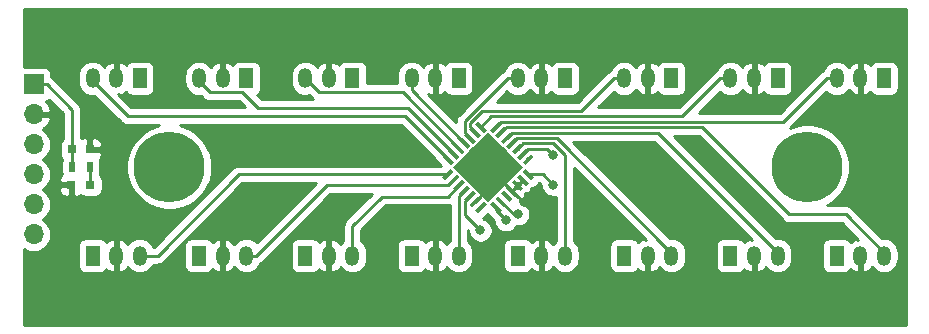
<source format=gbr>
G04 #@! TF.GenerationSoftware,KiCad,Pcbnew,(5.1.2)-1*
G04 #@! TF.CreationDate,2020-06-07T14:36:20+02:00*
G04 #@! TF.ProjectId,sensor-board,73656e73-6f72-42d6-926f-6172642e6b69,rev?*
G04 #@! TF.SameCoordinates,Original*
G04 #@! TF.FileFunction,Copper,L1,Top*
G04 #@! TF.FilePolarity,Positive*
%FSLAX46Y46*%
G04 Gerber Fmt 4.6, Leading zero omitted, Abs format (unit mm)*
G04 Created by KiCad (PCBNEW (5.1.2)-1) date 2020-06-07 14:36:20*
%MOMM*%
%LPD*%
G04 APERTURE LIST*
%ADD10O,1.700000X1.700000*%
%ADD11R,1.700000X1.700000*%
%ADD12R,1.200000X1.700000*%
%ADD13O,1.200000X1.700000*%
%ADD14R,0.800000X0.800000*%
%ADD15R,0.500000X0.900000*%
%ADD16C,6.000000*%
%ADD17C,0.800000*%
%ADD18C,4.200000*%
%ADD19C,0.100000*%
%ADD20C,0.350000*%
%ADD21R,0.800000X0.750000*%
%ADD22C,0.250000*%
%ADD23C,0.254000*%
G04 APERTURE END LIST*
D10*
X78000000Y-94700000D03*
X78000000Y-92160000D03*
X78000000Y-89620000D03*
X78000000Y-87080000D03*
X78000000Y-84540000D03*
D11*
X78000000Y-82000000D03*
D12*
X87000000Y-81500000D03*
D13*
X85000000Y-81500000D03*
X83000000Y-81500000D03*
D14*
X82800000Y-90500000D03*
X81200000Y-90500000D03*
D15*
X82750000Y-89000000D03*
X81250000Y-89000000D03*
D16*
X143500000Y-89000000D03*
D17*
X145750000Y-89000000D03*
X145090990Y-90590990D03*
X143500000Y-91250000D03*
X141909010Y-90590990D03*
X141250000Y-89000000D03*
X141909010Y-87409010D03*
X143500000Y-86750000D03*
X145090990Y-87409010D03*
D16*
X89500000Y-89000000D03*
D17*
X91750000Y-89000000D03*
X91090990Y-90590990D03*
X89500000Y-91250000D03*
X87909010Y-90590990D03*
X87250000Y-89000000D03*
X87909010Y-87409010D03*
X89500000Y-86750000D03*
X91090990Y-87409010D03*
D18*
X116500000Y-89000000D03*
D19*
G36*
X116500000Y-91969848D02*
G01*
X113530152Y-89000000D01*
X116500000Y-86030152D01*
X119469848Y-89000000D01*
X116500000Y-91969848D01*
X116500000Y-91969848D01*
G37*
D20*
X113105887Y-88363604D03*
D19*
G36*
X113353374Y-88858579D02*
G01*
X112610912Y-88116117D01*
X112858400Y-87868629D01*
X113600862Y-88611091D01*
X113353374Y-88858579D01*
X113353374Y-88858579D01*
G37*
D20*
X113565507Y-87903984D03*
D19*
G36*
X113812994Y-88398959D02*
G01*
X113070532Y-87656497D01*
X113318020Y-87409009D01*
X114060482Y-88151471D01*
X113812994Y-88398959D01*
X113812994Y-88398959D01*
G37*
D20*
X114025126Y-87444365D03*
D19*
G36*
X114272613Y-87939340D02*
G01*
X113530151Y-87196878D01*
X113777639Y-86949390D01*
X114520101Y-87691852D01*
X114272613Y-87939340D01*
X114272613Y-87939340D01*
G37*
D20*
X114484746Y-86984746D03*
D19*
G36*
X114732233Y-87479721D02*
G01*
X113989771Y-86737259D01*
X114237259Y-86489771D01*
X114979721Y-87232233D01*
X114732233Y-87479721D01*
X114732233Y-87479721D01*
G37*
D20*
X114944365Y-86525126D03*
D19*
G36*
X115191852Y-87020101D02*
G01*
X114449390Y-86277639D01*
X114696878Y-86030151D01*
X115439340Y-86772613D01*
X115191852Y-87020101D01*
X115191852Y-87020101D01*
G37*
D20*
X115403984Y-86065507D03*
D19*
G36*
X115651471Y-86560482D02*
G01*
X114909009Y-85818020D01*
X115156497Y-85570532D01*
X115898959Y-86312994D01*
X115651471Y-86560482D01*
X115651471Y-86560482D01*
G37*
D20*
X115863604Y-85605887D03*
D19*
G36*
X116111091Y-86100862D02*
G01*
X115368629Y-85358400D01*
X115616117Y-85110912D01*
X116358579Y-85853374D01*
X116111091Y-86100862D01*
X116111091Y-86100862D01*
G37*
D20*
X117136396Y-85605887D03*
D19*
G36*
X117631371Y-85358400D02*
G01*
X116888909Y-86100862D01*
X116641421Y-85853374D01*
X117383883Y-85110912D01*
X117631371Y-85358400D01*
X117631371Y-85358400D01*
G37*
D20*
X117596016Y-86065507D03*
D19*
G36*
X118090991Y-85818020D02*
G01*
X117348529Y-86560482D01*
X117101041Y-86312994D01*
X117843503Y-85570532D01*
X118090991Y-85818020D01*
X118090991Y-85818020D01*
G37*
D20*
X118055635Y-86525126D03*
D19*
G36*
X118550610Y-86277639D02*
G01*
X117808148Y-87020101D01*
X117560660Y-86772613D01*
X118303122Y-86030151D01*
X118550610Y-86277639D01*
X118550610Y-86277639D01*
G37*
D20*
X118515254Y-86984746D03*
D19*
G36*
X119010229Y-86737259D02*
G01*
X118267767Y-87479721D01*
X118020279Y-87232233D01*
X118762741Y-86489771D01*
X119010229Y-86737259D01*
X119010229Y-86737259D01*
G37*
D20*
X118974874Y-87444365D03*
D19*
G36*
X119469849Y-87196878D02*
G01*
X118727387Y-87939340D01*
X118479899Y-87691852D01*
X119222361Y-86949390D01*
X119469849Y-87196878D01*
X119469849Y-87196878D01*
G37*
D20*
X119434493Y-87903984D03*
D19*
G36*
X119929468Y-87656497D02*
G01*
X119187006Y-88398959D01*
X118939518Y-88151471D01*
X119681980Y-87409009D01*
X119929468Y-87656497D01*
X119929468Y-87656497D01*
G37*
D20*
X119894113Y-88363604D03*
D19*
G36*
X120389088Y-88116117D02*
G01*
X119646626Y-88858579D01*
X119399138Y-88611091D01*
X120141600Y-87868629D01*
X120389088Y-88116117D01*
X120389088Y-88116117D01*
G37*
D20*
X119894113Y-89636396D03*
D19*
G36*
X120141600Y-90131371D02*
G01*
X119399138Y-89388909D01*
X119646626Y-89141421D01*
X120389088Y-89883883D01*
X120141600Y-90131371D01*
X120141600Y-90131371D01*
G37*
D20*
X119434493Y-90096016D03*
D19*
G36*
X119681980Y-90590991D02*
G01*
X118939518Y-89848529D01*
X119187006Y-89601041D01*
X119929468Y-90343503D01*
X119681980Y-90590991D01*
X119681980Y-90590991D01*
G37*
D20*
X118974874Y-90555635D03*
D19*
G36*
X119222361Y-91050610D02*
G01*
X118479899Y-90308148D01*
X118727387Y-90060660D01*
X119469849Y-90803122D01*
X119222361Y-91050610D01*
X119222361Y-91050610D01*
G37*
D20*
X118515254Y-91015254D03*
D19*
G36*
X118762741Y-91510229D02*
G01*
X118020279Y-90767767D01*
X118267767Y-90520279D01*
X119010229Y-91262741D01*
X118762741Y-91510229D01*
X118762741Y-91510229D01*
G37*
D20*
X118055635Y-91474874D03*
D19*
G36*
X118303122Y-91969849D02*
G01*
X117560660Y-91227387D01*
X117808148Y-90979899D01*
X118550610Y-91722361D01*
X118303122Y-91969849D01*
X118303122Y-91969849D01*
G37*
D20*
X117596016Y-91934493D03*
D19*
G36*
X117843503Y-92429468D02*
G01*
X117101041Y-91687006D01*
X117348529Y-91439518D01*
X118090991Y-92181980D01*
X117843503Y-92429468D01*
X117843503Y-92429468D01*
G37*
D20*
X117136396Y-92394113D03*
D19*
G36*
X117383883Y-92889088D02*
G01*
X116641421Y-92146626D01*
X116888909Y-91899138D01*
X117631371Y-92641600D01*
X117383883Y-92889088D01*
X117383883Y-92889088D01*
G37*
D20*
X115863604Y-92394113D03*
D19*
G36*
X116358579Y-92146626D02*
G01*
X115616117Y-92889088D01*
X115368629Y-92641600D01*
X116111091Y-91899138D01*
X116358579Y-92146626D01*
X116358579Y-92146626D01*
G37*
D20*
X115403984Y-91934493D03*
D19*
G36*
X115898959Y-91687006D02*
G01*
X115156497Y-92429468D01*
X114909009Y-92181980D01*
X115651471Y-91439518D01*
X115898959Y-91687006D01*
X115898959Y-91687006D01*
G37*
D20*
X114944365Y-91474874D03*
D19*
G36*
X115439340Y-91227387D02*
G01*
X114696878Y-91969849D01*
X114449390Y-91722361D01*
X115191852Y-90979899D01*
X115439340Y-91227387D01*
X115439340Y-91227387D01*
G37*
D20*
X114484746Y-91015254D03*
D19*
G36*
X114979721Y-90767767D02*
G01*
X114237259Y-91510229D01*
X113989771Y-91262741D01*
X114732233Y-90520279D01*
X114979721Y-90767767D01*
X114979721Y-90767767D01*
G37*
D20*
X114025126Y-90555635D03*
D19*
G36*
X114520101Y-90308148D02*
G01*
X113777639Y-91050610D01*
X113530151Y-90803122D01*
X114272613Y-90060660D01*
X114520101Y-90308148D01*
X114520101Y-90308148D01*
G37*
D20*
X113565507Y-90096016D03*
D19*
G36*
X114060482Y-89848529D02*
G01*
X113318020Y-90590991D01*
X113070532Y-90343503D01*
X113812994Y-89601041D01*
X114060482Y-89848529D01*
X114060482Y-89848529D01*
G37*
D20*
X113105887Y-89636396D03*
D19*
G36*
X113600862Y-89388909D02*
G01*
X112858400Y-90131371D01*
X112610912Y-89883883D01*
X113353374Y-89141421D01*
X113600862Y-89388909D01*
X113600862Y-89388909D01*
G37*
D12*
X110000000Y-96500000D03*
D13*
X112000000Y-96500000D03*
X114000000Y-96500000D03*
D12*
X101000000Y-96500000D03*
D13*
X103000000Y-96500000D03*
X105000000Y-96500000D03*
D12*
X92000000Y-96500000D03*
D13*
X94000000Y-96500000D03*
X96000000Y-96500000D03*
D12*
X83000000Y-96500000D03*
D13*
X85000000Y-96500000D03*
X87000000Y-96500000D03*
D12*
X96000000Y-81500000D03*
D13*
X94000000Y-81500000D03*
X92000000Y-81500000D03*
D12*
X105000000Y-81500000D03*
D13*
X103000000Y-81500000D03*
X101000000Y-81500000D03*
D12*
X114000000Y-81500000D03*
D13*
X112000000Y-81500000D03*
X110000000Y-81500000D03*
D12*
X123000000Y-81500000D03*
D13*
X121000000Y-81500000D03*
X119000000Y-81500000D03*
D12*
X132000000Y-81500000D03*
D13*
X130000000Y-81500000D03*
X128000000Y-81500000D03*
D12*
X141000000Y-81500000D03*
D13*
X139000000Y-81500000D03*
X137000000Y-81500000D03*
D12*
X150000000Y-81500000D03*
D13*
X148000000Y-81500000D03*
X146000000Y-81500000D03*
D12*
X146000000Y-96500000D03*
D13*
X148000000Y-96500000D03*
X150000000Y-96500000D03*
D12*
X137000000Y-96500000D03*
D13*
X139000000Y-96500000D03*
X141000000Y-96500000D03*
D12*
X128000000Y-96500000D03*
D13*
X130000000Y-96500000D03*
X132000000Y-96500000D03*
D12*
X119000000Y-96500000D03*
D13*
X121000000Y-96500000D03*
X123000000Y-96500000D03*
D21*
X81250000Y-87500000D03*
X82750000Y-87500000D03*
D17*
X115823992Y-94361000D03*
X119500000Y-92000000D03*
X119000000Y-93000000D03*
X122000000Y-90500000D03*
X118000000Y-93500000D03*
X121987347Y-88012653D03*
D22*
X81250000Y-89000000D02*
X81250000Y-87500000D01*
X79100000Y-82000000D02*
X78000000Y-82000000D01*
X81250000Y-84150000D02*
X79100000Y-82000000D01*
X81250000Y-87500000D02*
X81250000Y-84150000D01*
X114502424Y-91916815D02*
X114502424Y-93039432D01*
X114502424Y-93039432D02*
X115423993Y-93961001D01*
X114944365Y-91474874D02*
X114502424Y-91916815D01*
X115423993Y-93961001D02*
X115823992Y-94361000D01*
X116500000Y-89000000D02*
X118515254Y-91015254D01*
X119434493Y-90096016D02*
X118974874Y-90555635D01*
X118974873Y-90555635D02*
X118515254Y-91015254D01*
X118974874Y-90555635D02*
X118974873Y-90555635D01*
X118515254Y-91015254D02*
X119000000Y-91500000D01*
X119000000Y-91500000D02*
X119500000Y-92000000D01*
X115845925Y-89654075D02*
X116500000Y-89000000D01*
X115845925Y-91492552D02*
X115845925Y-89654075D01*
X115403984Y-91934493D02*
X115845925Y-91492552D01*
X119419239Y-87000000D02*
X122000000Y-87000000D01*
X118974874Y-87444365D02*
X119419239Y-87000000D01*
X123000000Y-88000000D02*
X123000000Y-96500000D01*
X122000000Y-87000000D02*
X123000000Y-88000000D01*
X132000000Y-96250000D02*
X132000000Y-96500000D01*
X122292805Y-86542805D02*
X132000000Y-96250000D01*
X118957195Y-86542805D02*
X122292805Y-86542805D01*
X118515254Y-86984746D02*
X118957195Y-86542805D01*
X141000000Y-96250000D02*
X141000000Y-96500000D01*
X130833185Y-86083185D02*
X141000000Y-96250000D01*
X118497576Y-86083185D02*
X130833185Y-86083185D01*
X118055635Y-86525126D02*
X118497576Y-86083185D01*
X118047567Y-85613956D02*
X134613956Y-85613956D01*
X117596016Y-86065507D02*
X118047567Y-85613956D01*
X134613956Y-85613956D02*
X142000000Y-93000000D01*
X150000000Y-96250000D02*
X150000000Y-96500000D01*
X146750000Y-93000000D02*
X150000000Y-96250000D01*
X142000000Y-93000000D02*
X146750000Y-93000000D01*
X145150000Y-81500000D02*
X146000000Y-81500000D01*
X141486054Y-85163946D02*
X145150000Y-81500000D01*
X117578337Y-85163946D02*
X141486054Y-85163946D01*
X117136396Y-85605887D02*
X117578337Y-85163946D01*
X116755555Y-84713936D02*
X132936064Y-84713936D01*
X115863604Y-85605887D02*
X116755555Y-84713936D01*
X136150000Y-81500000D02*
X137000000Y-81500000D01*
X132936064Y-84713936D02*
X136150000Y-81500000D01*
X115403984Y-86065507D02*
X114962043Y-85623566D01*
X114962043Y-85305350D02*
X116003467Y-84263926D01*
X114962043Y-85623566D02*
X114962043Y-85305350D01*
X127150000Y-81500000D02*
X128000000Y-81500000D01*
X124386074Y-84263926D02*
X127150000Y-81500000D01*
X116003467Y-84263926D02*
X124386074Y-84263926D01*
X118150000Y-81500000D02*
X119000000Y-81500000D01*
X118130983Y-81500000D02*
X118150000Y-81500000D01*
X114500000Y-85130983D02*
X118130983Y-81500000D01*
X114500000Y-86080761D02*
X114500000Y-85130983D01*
X114944365Y-86525126D02*
X114500000Y-86080761D01*
X110000000Y-82500000D02*
X110000000Y-81500000D01*
X114484746Y-86984746D02*
X110000000Y-82500000D01*
X102175010Y-82675010D02*
X101000000Y-81500000D01*
X114025126Y-87444365D02*
X109255771Y-82675010D01*
X109255771Y-82675010D02*
X102175010Y-82675010D01*
X113565507Y-87903984D02*
X109661523Y-84000000D01*
X92000000Y-81750000D02*
X92000000Y-81500000D01*
X92925010Y-82675010D02*
X92000000Y-81750000D01*
X95675010Y-82675010D02*
X92925010Y-82675010D01*
X97000000Y-84000000D02*
X95675010Y-82675010D01*
X109661523Y-84000000D02*
X97000000Y-84000000D01*
X83000000Y-81750000D02*
X83000000Y-81500000D01*
X85959000Y-84709000D02*
X83000000Y-81750000D01*
X113105887Y-88363604D02*
X109451283Y-84709000D01*
X109451283Y-84709000D02*
X85959000Y-84709000D01*
X113105887Y-89636396D02*
X95363604Y-89636396D01*
X88500000Y-96500000D02*
X87000000Y-96500000D01*
X95363604Y-89636396D02*
X88500000Y-96500000D01*
X96850000Y-96500000D02*
X96000000Y-96500000D01*
X102812043Y-90537957D02*
X96850000Y-96500000D01*
X113123566Y-90537957D02*
X102812043Y-90537957D01*
X113565507Y-90096016D02*
X113123566Y-90537957D01*
X114025126Y-90555635D02*
X113080761Y-91500000D01*
X113080761Y-91500000D02*
X107500000Y-91500000D01*
X105000000Y-94000000D02*
X105000000Y-96500000D01*
X107500000Y-91500000D02*
X105000000Y-94000000D01*
X114000000Y-91500000D02*
X114000000Y-96500000D01*
X114484746Y-91015254D02*
X114000000Y-91500000D01*
X118661523Y-93000000D02*
X119000000Y-93000000D01*
X117596016Y-91934493D02*
X118661523Y-93000000D01*
X119894113Y-89636396D02*
X121136396Y-89636396D01*
X121136396Y-89636396D02*
X122000000Y-90500000D01*
X117136396Y-92394113D02*
X117136396Y-92636396D01*
X117136396Y-92636396D02*
X118000000Y-93500000D01*
X82750000Y-89950000D02*
X82800000Y-90000000D01*
X82750000Y-89000000D02*
X82750000Y-90450000D01*
X121436737Y-87462043D02*
X121987347Y-88012653D01*
X119434493Y-87903984D02*
X119876434Y-87462043D01*
X119876434Y-87462043D02*
X121436737Y-87462043D01*
D23*
G36*
X151840001Y-102340000D02*
G01*
X77160000Y-102340000D01*
X77160000Y-95931690D01*
X77170986Y-95940706D01*
X77428966Y-96078599D01*
X77708889Y-96163513D01*
X77927050Y-96185000D01*
X78072950Y-96185000D01*
X78291111Y-96163513D01*
X78571034Y-96078599D01*
X78829014Y-95940706D01*
X79055134Y-95755134D01*
X79141415Y-95650000D01*
X81761928Y-95650000D01*
X81761928Y-97350000D01*
X81774188Y-97474482D01*
X81810498Y-97594180D01*
X81869463Y-97704494D01*
X81948815Y-97801185D01*
X82045506Y-97880537D01*
X82155820Y-97939502D01*
X82275518Y-97975812D01*
X82400000Y-97988072D01*
X83600000Y-97988072D01*
X83724482Y-97975812D01*
X83844180Y-97939502D01*
X83954494Y-97880537D01*
X84051185Y-97801185D01*
X84130537Y-97704494D01*
X84152962Y-97662540D01*
X84170872Y-97681938D01*
X84368616Y-97825786D01*
X84590623Y-97928292D01*
X84682391Y-97943462D01*
X84873000Y-97818731D01*
X84873000Y-96627000D01*
X84853000Y-96627000D01*
X84853000Y-96373000D01*
X84873000Y-96373000D01*
X84873000Y-95181269D01*
X84682391Y-95056538D01*
X84590623Y-95071708D01*
X84368616Y-95174214D01*
X84170872Y-95318062D01*
X84152962Y-95337460D01*
X84130537Y-95295506D01*
X84051185Y-95198815D01*
X83954494Y-95119463D01*
X83844180Y-95060498D01*
X83724482Y-95024188D01*
X83600000Y-95011928D01*
X82400000Y-95011928D01*
X82275518Y-95024188D01*
X82155820Y-95060498D01*
X82045506Y-95119463D01*
X81948815Y-95198815D01*
X81869463Y-95295506D01*
X81810498Y-95405820D01*
X81774188Y-95525518D01*
X81761928Y-95650000D01*
X79141415Y-95650000D01*
X79240706Y-95529014D01*
X79378599Y-95271034D01*
X79463513Y-94991111D01*
X79492185Y-94700000D01*
X79463513Y-94408889D01*
X79378599Y-94128966D01*
X79240706Y-93870986D01*
X79055134Y-93644866D01*
X78829014Y-93459294D01*
X78774209Y-93430000D01*
X78829014Y-93400706D01*
X79055134Y-93215134D01*
X79240706Y-92989014D01*
X79378599Y-92731034D01*
X79463513Y-92451111D01*
X79492185Y-92160000D01*
X79463513Y-91868889D01*
X79378599Y-91588966D01*
X79240706Y-91330986D01*
X79055134Y-91104866D01*
X78829014Y-90919294D01*
X78792918Y-90900000D01*
X80161928Y-90900000D01*
X80174188Y-91024482D01*
X80210498Y-91144180D01*
X80269463Y-91254494D01*
X80348815Y-91351185D01*
X80445506Y-91430537D01*
X80555820Y-91489502D01*
X80675518Y-91525812D01*
X80800000Y-91538072D01*
X80914250Y-91535000D01*
X81073000Y-91376250D01*
X81073000Y-90627000D01*
X80323750Y-90627000D01*
X80165000Y-90785750D01*
X80161928Y-90900000D01*
X78792918Y-90900000D01*
X78774209Y-90890000D01*
X78829014Y-90860706D01*
X79055134Y-90675134D01*
X79240706Y-90449014D01*
X79378599Y-90191034D01*
X79463513Y-89911111D01*
X79492185Y-89620000D01*
X79463513Y-89328889D01*
X79378599Y-89048966D01*
X79240706Y-88790986D01*
X79055134Y-88564866D01*
X78829014Y-88379294D01*
X78774209Y-88350000D01*
X78829014Y-88320706D01*
X79055134Y-88135134D01*
X79240706Y-87909014D01*
X79378599Y-87651034D01*
X79463513Y-87371111D01*
X79492185Y-87080000D01*
X79463513Y-86788889D01*
X79378599Y-86508966D01*
X79240706Y-86250986D01*
X79055134Y-86024866D01*
X78829014Y-85839294D01*
X78764477Y-85804799D01*
X78881355Y-85735178D01*
X79097588Y-85540269D01*
X79271641Y-85306920D01*
X79396825Y-85044099D01*
X79441476Y-84896890D01*
X79320155Y-84667000D01*
X78127000Y-84667000D01*
X78127000Y-84687000D01*
X77873000Y-84687000D01*
X77873000Y-84667000D01*
X77853000Y-84667000D01*
X77853000Y-84413000D01*
X77873000Y-84413000D01*
X77873000Y-84393000D01*
X78127000Y-84393000D01*
X78127000Y-84413000D01*
X79320155Y-84413000D01*
X79441476Y-84183110D01*
X79396825Y-84035901D01*
X79271641Y-83773080D01*
X79097588Y-83539731D01*
X79013534Y-83463966D01*
X79094180Y-83439502D01*
X79204494Y-83380537D01*
X79301185Y-83301185D01*
X79312543Y-83287345D01*
X80490001Y-84464803D01*
X80490000Y-86598981D01*
X80398815Y-86673815D01*
X80319463Y-86770506D01*
X80260498Y-86880820D01*
X80224188Y-87000518D01*
X80211928Y-87125000D01*
X80211928Y-87875000D01*
X80224188Y-87999482D01*
X80260498Y-88119180D01*
X80319463Y-88229494D01*
X80398815Y-88326185D01*
X80403223Y-88329803D01*
X80374188Y-88425518D01*
X80361928Y-88550000D01*
X80361928Y-89450000D01*
X80374188Y-89574482D01*
X80387185Y-89617326D01*
X80348815Y-89648815D01*
X80269463Y-89745506D01*
X80210498Y-89855820D01*
X80174188Y-89975518D01*
X80161928Y-90100000D01*
X80165000Y-90214250D01*
X80323750Y-90373000D01*
X81073000Y-90373000D01*
X81073000Y-90353000D01*
X81327000Y-90353000D01*
X81327000Y-90373000D01*
X81347000Y-90373000D01*
X81347000Y-90627000D01*
X81327000Y-90627000D01*
X81327000Y-91376250D01*
X81485750Y-91535000D01*
X81600000Y-91538072D01*
X81724482Y-91525812D01*
X81844180Y-91489502D01*
X81954494Y-91430537D01*
X82000000Y-91393191D01*
X82045506Y-91430537D01*
X82155820Y-91489502D01*
X82275518Y-91525812D01*
X82400000Y-91538072D01*
X83200000Y-91538072D01*
X83324482Y-91525812D01*
X83444180Y-91489502D01*
X83554494Y-91430537D01*
X83651185Y-91351185D01*
X83730537Y-91254494D01*
X83789502Y-91144180D01*
X83825812Y-91024482D01*
X83838072Y-90900000D01*
X83838072Y-90100000D01*
X83825812Y-89975518D01*
X83789502Y-89855820D01*
X83730537Y-89745506D01*
X83651185Y-89648815D01*
X83612815Y-89617326D01*
X83625812Y-89574482D01*
X83638072Y-89450000D01*
X83638072Y-88550000D01*
X83625812Y-88425518D01*
X83596777Y-88329803D01*
X83601185Y-88326185D01*
X83680537Y-88229494D01*
X83739502Y-88119180D01*
X83775812Y-87999482D01*
X83788072Y-87875000D01*
X83785000Y-87785750D01*
X83626250Y-87627000D01*
X82877000Y-87627000D01*
X82877000Y-87647000D01*
X82623000Y-87647000D01*
X82623000Y-87627000D01*
X82603000Y-87627000D01*
X82603000Y-87373000D01*
X82623000Y-87373000D01*
X82623000Y-86648750D01*
X82877000Y-86648750D01*
X82877000Y-87373000D01*
X83626250Y-87373000D01*
X83785000Y-87214250D01*
X83788072Y-87125000D01*
X83775812Y-87000518D01*
X83739502Y-86880820D01*
X83680537Y-86770506D01*
X83601185Y-86673815D01*
X83504494Y-86594463D01*
X83394180Y-86535498D01*
X83274482Y-86499188D01*
X83150000Y-86486928D01*
X83035750Y-86490000D01*
X82877000Y-86648750D01*
X82623000Y-86648750D01*
X82464250Y-86490000D01*
X82350000Y-86486928D01*
X82225518Y-86499188D01*
X82105820Y-86535498D01*
X82010000Y-86586716D01*
X82010000Y-84187322D01*
X82013676Y-84149999D01*
X82010000Y-84112676D01*
X82010000Y-84112667D01*
X81999003Y-84001014D01*
X81955546Y-83857753D01*
X81884974Y-83725724D01*
X81790001Y-83609999D01*
X81761003Y-83586201D01*
X79663804Y-81489003D01*
X79640001Y-81459999D01*
X79524276Y-81365026D01*
X79488072Y-81345674D01*
X79488072Y-81189335D01*
X81765000Y-81189335D01*
X81765000Y-81810664D01*
X81782870Y-81992101D01*
X81853489Y-82224900D01*
X81968167Y-82439448D01*
X82122498Y-82627502D01*
X82310551Y-82781833D01*
X82525099Y-82896511D01*
X82757898Y-82967130D01*
X83000000Y-82990975D01*
X83151274Y-82976076D01*
X85395200Y-85220002D01*
X85418999Y-85249001D01*
X85447997Y-85272799D01*
X85534723Y-85343974D01*
X85643635Y-85402189D01*
X85666753Y-85414546D01*
X85810014Y-85458003D01*
X85921667Y-85469000D01*
X85921677Y-85469000D01*
X85959000Y-85472676D01*
X85996323Y-85469000D01*
X88619141Y-85469000D01*
X88439710Y-85504691D01*
X87778182Y-85778705D01*
X87182823Y-86176511D01*
X86676511Y-86682823D01*
X86278705Y-87278182D01*
X86004691Y-87939710D01*
X85865000Y-88641984D01*
X85865000Y-89358016D01*
X86004691Y-90060290D01*
X86278705Y-90721818D01*
X86676511Y-91317177D01*
X87182823Y-91823489D01*
X87778182Y-92221295D01*
X88439710Y-92495309D01*
X89141984Y-92635000D01*
X89858016Y-92635000D01*
X90560290Y-92495309D01*
X91221818Y-92221295D01*
X91817177Y-91823489D01*
X92323489Y-91317177D01*
X92721295Y-90721818D01*
X92995309Y-90060290D01*
X93135000Y-89358016D01*
X93135000Y-88641984D01*
X92995309Y-87939710D01*
X92721295Y-87278182D01*
X92323489Y-86682823D01*
X91817177Y-86176511D01*
X91221818Y-85778705D01*
X90560290Y-85504691D01*
X90380859Y-85469000D01*
X109136482Y-85469000D01*
X112018637Y-88351156D01*
X112021410Y-88360297D01*
X112080375Y-88470611D01*
X112159727Y-88567302D01*
X112468821Y-88876396D01*
X95400927Y-88876396D01*
X95363604Y-88872720D01*
X95326281Y-88876396D01*
X95326271Y-88876396D01*
X95214618Y-88887393D01*
X95071357Y-88930850D01*
X94939328Y-89001422D01*
X94823603Y-89096395D01*
X94799805Y-89125393D01*
X88185199Y-95740000D01*
X88127750Y-95740000D01*
X88031833Y-95560551D01*
X87877502Y-95372498D01*
X87689448Y-95218167D01*
X87474900Y-95103489D01*
X87242101Y-95032870D01*
X87000000Y-95009025D01*
X86757898Y-95032870D01*
X86525099Y-95103489D01*
X86310551Y-95218167D01*
X86122498Y-95372498D01*
X86005568Y-95514978D01*
X85995009Y-95497724D01*
X85829128Y-95318062D01*
X85631384Y-95174214D01*
X85409377Y-95071708D01*
X85317609Y-95056538D01*
X85127000Y-95181269D01*
X85127000Y-96373000D01*
X85147000Y-96373000D01*
X85147000Y-96627000D01*
X85127000Y-96627000D01*
X85127000Y-97818731D01*
X85317609Y-97943462D01*
X85409377Y-97928292D01*
X85631384Y-97825786D01*
X85829128Y-97681938D01*
X85995009Y-97502276D01*
X86005568Y-97485022D01*
X86122499Y-97627502D01*
X86310552Y-97781833D01*
X86525100Y-97896511D01*
X86757899Y-97967130D01*
X87000000Y-97990975D01*
X87242102Y-97967130D01*
X87474901Y-97896511D01*
X87689449Y-97781833D01*
X87877502Y-97627502D01*
X88031833Y-97439449D01*
X88127750Y-97260000D01*
X88462678Y-97260000D01*
X88500000Y-97263676D01*
X88537322Y-97260000D01*
X88537333Y-97260000D01*
X88648986Y-97249003D01*
X88792247Y-97205546D01*
X88924276Y-97134974D01*
X89040001Y-97040001D01*
X89063804Y-97010997D01*
X90424801Y-95650000D01*
X90761928Y-95650000D01*
X90761928Y-97350000D01*
X90774188Y-97474482D01*
X90810498Y-97594180D01*
X90869463Y-97704494D01*
X90948815Y-97801185D01*
X91045506Y-97880537D01*
X91155820Y-97939502D01*
X91275518Y-97975812D01*
X91400000Y-97988072D01*
X92600000Y-97988072D01*
X92724482Y-97975812D01*
X92844180Y-97939502D01*
X92954494Y-97880537D01*
X93051185Y-97801185D01*
X93130537Y-97704494D01*
X93152962Y-97662540D01*
X93170872Y-97681938D01*
X93368616Y-97825786D01*
X93590623Y-97928292D01*
X93682391Y-97943462D01*
X93873000Y-97818731D01*
X93873000Y-96627000D01*
X93853000Y-96627000D01*
X93853000Y-96373000D01*
X93873000Y-96373000D01*
X93873000Y-95181269D01*
X93682391Y-95056538D01*
X93590623Y-95071708D01*
X93368616Y-95174214D01*
X93170872Y-95318062D01*
X93152962Y-95337460D01*
X93130537Y-95295506D01*
X93051185Y-95198815D01*
X92954494Y-95119463D01*
X92844180Y-95060498D01*
X92724482Y-95024188D01*
X92600000Y-95011928D01*
X91400000Y-95011928D01*
X91275518Y-95024188D01*
X91155820Y-95060498D01*
X91045506Y-95119463D01*
X90948815Y-95198815D01*
X90869463Y-95295506D01*
X90810498Y-95405820D01*
X90774188Y-95525518D01*
X90761928Y-95650000D01*
X90424801Y-95650000D01*
X95678406Y-90396396D01*
X101878802Y-90396396D01*
X96888861Y-95386338D01*
X96877502Y-95372498D01*
X96689448Y-95218167D01*
X96474900Y-95103489D01*
X96242101Y-95032870D01*
X96000000Y-95009025D01*
X95757898Y-95032870D01*
X95525099Y-95103489D01*
X95310551Y-95218167D01*
X95122498Y-95372498D01*
X95005568Y-95514978D01*
X94995009Y-95497724D01*
X94829128Y-95318062D01*
X94631384Y-95174214D01*
X94409377Y-95071708D01*
X94317609Y-95056538D01*
X94127000Y-95181269D01*
X94127000Y-96373000D01*
X94147000Y-96373000D01*
X94147000Y-96627000D01*
X94127000Y-96627000D01*
X94127000Y-97818731D01*
X94317609Y-97943462D01*
X94409377Y-97928292D01*
X94631384Y-97825786D01*
X94829128Y-97681938D01*
X94995009Y-97502276D01*
X95005568Y-97485022D01*
X95122499Y-97627502D01*
X95310552Y-97781833D01*
X95525100Y-97896511D01*
X95757899Y-97967130D01*
X96000000Y-97990975D01*
X96242102Y-97967130D01*
X96474901Y-97896511D01*
X96689449Y-97781833D01*
X96877502Y-97627502D01*
X97031833Y-97439449D01*
X97146511Y-97224900D01*
X97154343Y-97199080D01*
X97274276Y-97134974D01*
X97390001Y-97040001D01*
X97413804Y-97010997D01*
X98774801Y-95650000D01*
X99761928Y-95650000D01*
X99761928Y-97350000D01*
X99774188Y-97474482D01*
X99810498Y-97594180D01*
X99869463Y-97704494D01*
X99948815Y-97801185D01*
X100045506Y-97880537D01*
X100155820Y-97939502D01*
X100275518Y-97975812D01*
X100400000Y-97988072D01*
X101600000Y-97988072D01*
X101724482Y-97975812D01*
X101844180Y-97939502D01*
X101954494Y-97880537D01*
X102051185Y-97801185D01*
X102130537Y-97704494D01*
X102152962Y-97662540D01*
X102170872Y-97681938D01*
X102368616Y-97825786D01*
X102590623Y-97928292D01*
X102682391Y-97943462D01*
X102873000Y-97818731D01*
X102873000Y-96627000D01*
X102853000Y-96627000D01*
X102853000Y-96373000D01*
X102873000Y-96373000D01*
X102873000Y-95181269D01*
X102682391Y-95056538D01*
X102590623Y-95071708D01*
X102368616Y-95174214D01*
X102170872Y-95318062D01*
X102152962Y-95337460D01*
X102130537Y-95295506D01*
X102051185Y-95198815D01*
X101954494Y-95119463D01*
X101844180Y-95060498D01*
X101724482Y-95024188D01*
X101600000Y-95011928D01*
X100400000Y-95011928D01*
X100275518Y-95024188D01*
X100155820Y-95060498D01*
X100045506Y-95119463D01*
X99948815Y-95198815D01*
X99869463Y-95295506D01*
X99810498Y-95405820D01*
X99774188Y-95525518D01*
X99761928Y-95650000D01*
X98774801Y-95650000D01*
X103126845Y-91297957D01*
X106627241Y-91297957D01*
X104489003Y-93436196D01*
X104459999Y-93459999D01*
X104404882Y-93527160D01*
X104365026Y-93575724D01*
X104351014Y-93601939D01*
X104294454Y-93707754D01*
X104250997Y-93851015D01*
X104240000Y-93962668D01*
X104240000Y-93962678D01*
X104236324Y-94000000D01*
X104240000Y-94037323D01*
X104240001Y-95276066D01*
X104122498Y-95372498D01*
X104005568Y-95514978D01*
X103995009Y-95497724D01*
X103829128Y-95318062D01*
X103631384Y-95174214D01*
X103409377Y-95071708D01*
X103317609Y-95056538D01*
X103127000Y-95181269D01*
X103127000Y-96373000D01*
X103147000Y-96373000D01*
X103147000Y-96627000D01*
X103127000Y-96627000D01*
X103127000Y-97818731D01*
X103317609Y-97943462D01*
X103409377Y-97928292D01*
X103631384Y-97825786D01*
X103829128Y-97681938D01*
X103995009Y-97502276D01*
X104005568Y-97485022D01*
X104122499Y-97627502D01*
X104310552Y-97781833D01*
X104525100Y-97896511D01*
X104757899Y-97967130D01*
X105000000Y-97990975D01*
X105242102Y-97967130D01*
X105474901Y-97896511D01*
X105689449Y-97781833D01*
X105877502Y-97627502D01*
X106031833Y-97439449D01*
X106146511Y-97224900D01*
X106217130Y-96992101D01*
X106235000Y-96810664D01*
X106235000Y-96189335D01*
X106217130Y-96007898D01*
X106146511Y-95775099D01*
X106079645Y-95650000D01*
X108761928Y-95650000D01*
X108761928Y-97350000D01*
X108774188Y-97474482D01*
X108810498Y-97594180D01*
X108869463Y-97704494D01*
X108948815Y-97801185D01*
X109045506Y-97880537D01*
X109155820Y-97939502D01*
X109275518Y-97975812D01*
X109400000Y-97988072D01*
X110600000Y-97988072D01*
X110724482Y-97975812D01*
X110844180Y-97939502D01*
X110954494Y-97880537D01*
X111051185Y-97801185D01*
X111130537Y-97704494D01*
X111152962Y-97662540D01*
X111170872Y-97681938D01*
X111368616Y-97825786D01*
X111590623Y-97928292D01*
X111682391Y-97943462D01*
X111873000Y-97818731D01*
X111873000Y-96627000D01*
X111853000Y-96627000D01*
X111853000Y-96373000D01*
X111873000Y-96373000D01*
X111873000Y-95181269D01*
X111682391Y-95056538D01*
X111590623Y-95071708D01*
X111368616Y-95174214D01*
X111170872Y-95318062D01*
X111152962Y-95337460D01*
X111130537Y-95295506D01*
X111051185Y-95198815D01*
X110954494Y-95119463D01*
X110844180Y-95060498D01*
X110724482Y-95024188D01*
X110600000Y-95011928D01*
X109400000Y-95011928D01*
X109275518Y-95024188D01*
X109155820Y-95060498D01*
X109045506Y-95119463D01*
X108948815Y-95198815D01*
X108869463Y-95295506D01*
X108810498Y-95405820D01*
X108774188Y-95525518D01*
X108761928Y-95650000D01*
X106079645Y-95650000D01*
X106031833Y-95560551D01*
X105877502Y-95372498D01*
X105760000Y-95276067D01*
X105760000Y-94314801D01*
X107814802Y-92260000D01*
X113043439Y-92260000D01*
X113080761Y-92263676D01*
X113118083Y-92260000D01*
X113118094Y-92260000D01*
X113229747Y-92249003D01*
X113240000Y-92245893D01*
X113240001Y-95276066D01*
X113122498Y-95372498D01*
X113005568Y-95514978D01*
X112995009Y-95497724D01*
X112829128Y-95318062D01*
X112631384Y-95174214D01*
X112409377Y-95071708D01*
X112317609Y-95056538D01*
X112127000Y-95181269D01*
X112127000Y-96373000D01*
X112147000Y-96373000D01*
X112147000Y-96627000D01*
X112127000Y-96627000D01*
X112127000Y-97818731D01*
X112317609Y-97943462D01*
X112409377Y-97928292D01*
X112631384Y-97825786D01*
X112829128Y-97681938D01*
X112995009Y-97502276D01*
X113005568Y-97485022D01*
X113122499Y-97627502D01*
X113310552Y-97781833D01*
X113525100Y-97896511D01*
X113757899Y-97967130D01*
X114000000Y-97990975D01*
X114242102Y-97967130D01*
X114474901Y-97896511D01*
X114689449Y-97781833D01*
X114877502Y-97627502D01*
X115031833Y-97439449D01*
X115146511Y-97224900D01*
X115217130Y-96992101D01*
X115235000Y-96810664D01*
X115235000Y-96189335D01*
X115217130Y-96007898D01*
X115146511Y-95775099D01*
X115079645Y-95650000D01*
X117761928Y-95650000D01*
X117761928Y-97350000D01*
X117774188Y-97474482D01*
X117810498Y-97594180D01*
X117869463Y-97704494D01*
X117948815Y-97801185D01*
X118045506Y-97880537D01*
X118155820Y-97939502D01*
X118275518Y-97975812D01*
X118400000Y-97988072D01*
X119600000Y-97988072D01*
X119724482Y-97975812D01*
X119844180Y-97939502D01*
X119954494Y-97880537D01*
X120051185Y-97801185D01*
X120130537Y-97704494D01*
X120152962Y-97662540D01*
X120170872Y-97681938D01*
X120368616Y-97825786D01*
X120590623Y-97928292D01*
X120682391Y-97943462D01*
X120873000Y-97818731D01*
X120873000Y-96627000D01*
X120853000Y-96627000D01*
X120853000Y-96373000D01*
X120873000Y-96373000D01*
X120873000Y-95181269D01*
X120682391Y-95056538D01*
X120590623Y-95071708D01*
X120368616Y-95174214D01*
X120170872Y-95318062D01*
X120152962Y-95337460D01*
X120130537Y-95295506D01*
X120051185Y-95198815D01*
X119954494Y-95119463D01*
X119844180Y-95060498D01*
X119724482Y-95024188D01*
X119600000Y-95011928D01*
X118400000Y-95011928D01*
X118275518Y-95024188D01*
X118155820Y-95060498D01*
X118045506Y-95119463D01*
X117948815Y-95198815D01*
X117869463Y-95295506D01*
X117810498Y-95405820D01*
X117774188Y-95525518D01*
X117761928Y-95650000D01*
X115079645Y-95650000D01*
X115031833Y-95560551D01*
X114877502Y-95372498D01*
X114760000Y-95276067D01*
X114760000Y-94371811D01*
X114788992Y-94400803D01*
X114788992Y-94462939D01*
X114828766Y-94662898D01*
X114906787Y-94851256D01*
X115020055Y-95020774D01*
X115164218Y-95164937D01*
X115333736Y-95278205D01*
X115522094Y-95356226D01*
X115722053Y-95396000D01*
X115925931Y-95396000D01*
X116125890Y-95356226D01*
X116314248Y-95278205D01*
X116483766Y-95164937D01*
X116627929Y-95020774D01*
X116741197Y-94851256D01*
X116819218Y-94662898D01*
X116858992Y-94462939D01*
X116858992Y-94259061D01*
X116819218Y-94059102D01*
X116741197Y-93870744D01*
X116627929Y-93701226D01*
X116483766Y-93557063D01*
X116314248Y-93443795D01*
X116125890Y-93365774D01*
X116053721Y-93351419D01*
X116067302Y-93340273D01*
X116447598Y-92959977D01*
X116501422Y-93060672D01*
X116596395Y-93176397D01*
X116625397Y-93200198D01*
X116965000Y-93539802D01*
X116965000Y-93601939D01*
X117004774Y-93801898D01*
X117082795Y-93990256D01*
X117196063Y-94159774D01*
X117340226Y-94303937D01*
X117509744Y-94417205D01*
X117698102Y-94495226D01*
X117898061Y-94535000D01*
X118101939Y-94535000D01*
X118301898Y-94495226D01*
X118490256Y-94417205D01*
X118659774Y-94303937D01*
X118803937Y-94159774D01*
X118888570Y-94033112D01*
X118898061Y-94035000D01*
X119101939Y-94035000D01*
X119301898Y-93995226D01*
X119490256Y-93917205D01*
X119659774Y-93803937D01*
X119803937Y-93659774D01*
X119917205Y-93490256D01*
X119995226Y-93301898D01*
X120035000Y-93101939D01*
X120035000Y-92898061D01*
X119995226Y-92698102D01*
X119917205Y-92509744D01*
X119803937Y-92340226D01*
X119659774Y-92196063D01*
X119490256Y-92082795D01*
X119301898Y-92004774D01*
X119188617Y-91982241D01*
X119189304Y-91981692D01*
X119189304Y-91757186D01*
X119185615Y-91753497D01*
X119188682Y-91722361D01*
X119185061Y-91685597D01*
X119210341Y-91688569D01*
X119253055Y-91685173D01*
X119257186Y-91689304D01*
X119481692Y-91689304D01*
X119547350Y-91607177D01*
X119553922Y-91594304D01*
X119566797Y-91587731D01*
X119648924Y-91522073D01*
X119648924Y-91297567D01*
X119644792Y-91293435D01*
X119648188Y-91250721D01*
X119645288Y-91226050D01*
X119669960Y-91228950D01*
X119712675Y-91225554D01*
X119716806Y-91229685D01*
X119941312Y-91229685D01*
X120006970Y-91147558D01*
X120013542Y-91134684D01*
X120026416Y-91128112D01*
X120108543Y-91062454D01*
X120108543Y-90837948D01*
X120104412Y-90833817D01*
X120107808Y-90791102D01*
X120104836Y-90765822D01*
X120141600Y-90769443D01*
X120172736Y-90766377D01*
X120176425Y-90770066D01*
X120400931Y-90770066D01*
X120466589Y-90687939D01*
X120473793Y-90673828D01*
X120496094Y-90661908D01*
X120592785Y-90582556D01*
X120778945Y-90396396D01*
X120821594Y-90396396D01*
X120965000Y-90539802D01*
X120965000Y-90601939D01*
X121004774Y-90801898D01*
X121082795Y-90990256D01*
X121196063Y-91159774D01*
X121340226Y-91303937D01*
X121509744Y-91417205D01*
X121698102Y-91495226D01*
X121898061Y-91535000D01*
X122101939Y-91535000D01*
X122240000Y-91507538D01*
X122240001Y-95276066D01*
X122122498Y-95372498D01*
X122005568Y-95514978D01*
X121995009Y-95497724D01*
X121829128Y-95318062D01*
X121631384Y-95174214D01*
X121409377Y-95071708D01*
X121317609Y-95056538D01*
X121127000Y-95181269D01*
X121127000Y-96373000D01*
X121147000Y-96373000D01*
X121147000Y-96627000D01*
X121127000Y-96627000D01*
X121127000Y-97818731D01*
X121317609Y-97943462D01*
X121409377Y-97928292D01*
X121631384Y-97825786D01*
X121829128Y-97681938D01*
X121995009Y-97502276D01*
X122005568Y-97485022D01*
X122122499Y-97627502D01*
X122310552Y-97781833D01*
X122525100Y-97896511D01*
X122757899Y-97967130D01*
X123000000Y-97990975D01*
X123242102Y-97967130D01*
X123474901Y-97896511D01*
X123689449Y-97781833D01*
X123877502Y-97627502D01*
X124031833Y-97439449D01*
X124146511Y-97224900D01*
X124217130Y-96992101D01*
X124235000Y-96810664D01*
X124235000Y-96189335D01*
X124217130Y-96007898D01*
X124146511Y-95775099D01*
X124031833Y-95560551D01*
X123877502Y-95372498D01*
X123760000Y-95276067D01*
X123760000Y-89084801D01*
X129825165Y-95149966D01*
X129682391Y-95056538D01*
X129590623Y-95071708D01*
X129368616Y-95174214D01*
X129170872Y-95318062D01*
X129152962Y-95337460D01*
X129130537Y-95295506D01*
X129051185Y-95198815D01*
X128954494Y-95119463D01*
X128844180Y-95060498D01*
X128724482Y-95024188D01*
X128600000Y-95011928D01*
X127400000Y-95011928D01*
X127275518Y-95024188D01*
X127155820Y-95060498D01*
X127045506Y-95119463D01*
X126948815Y-95198815D01*
X126869463Y-95295506D01*
X126810498Y-95405820D01*
X126774188Y-95525518D01*
X126761928Y-95650000D01*
X126761928Y-97350000D01*
X126774188Y-97474482D01*
X126810498Y-97594180D01*
X126869463Y-97704494D01*
X126948815Y-97801185D01*
X127045506Y-97880537D01*
X127155820Y-97939502D01*
X127275518Y-97975812D01*
X127400000Y-97988072D01*
X128600000Y-97988072D01*
X128724482Y-97975812D01*
X128844180Y-97939502D01*
X128954494Y-97880537D01*
X129051185Y-97801185D01*
X129130537Y-97704494D01*
X129152962Y-97662540D01*
X129170872Y-97681938D01*
X129368616Y-97825786D01*
X129590623Y-97928292D01*
X129682391Y-97943462D01*
X129873000Y-97818731D01*
X129873000Y-96627000D01*
X129853000Y-96627000D01*
X129853000Y-96373000D01*
X129873000Y-96373000D01*
X129873000Y-96353000D01*
X130127000Y-96353000D01*
X130127000Y-96373000D01*
X130147000Y-96373000D01*
X130147000Y-96627000D01*
X130127000Y-96627000D01*
X130127000Y-97818731D01*
X130317609Y-97943462D01*
X130409377Y-97928292D01*
X130631384Y-97825786D01*
X130829128Y-97681938D01*
X130995009Y-97502276D01*
X131005568Y-97485022D01*
X131122499Y-97627502D01*
X131310552Y-97781833D01*
X131525100Y-97896511D01*
X131757899Y-97967130D01*
X132000000Y-97990975D01*
X132242102Y-97967130D01*
X132474901Y-97896511D01*
X132689449Y-97781833D01*
X132877502Y-97627502D01*
X133031833Y-97439449D01*
X133146511Y-97224900D01*
X133217130Y-96992101D01*
X133235000Y-96810664D01*
X133235000Y-96189335D01*
X133217130Y-96007898D01*
X133146511Y-95775099D01*
X133031833Y-95560551D01*
X132877502Y-95372498D01*
X132689448Y-95218167D01*
X132474900Y-95103489D01*
X132242101Y-95032870D01*
X132000000Y-95009025D01*
X131848726Y-95023924D01*
X123667986Y-86843185D01*
X130518384Y-86843185D01*
X138825164Y-95149966D01*
X138682391Y-95056538D01*
X138590623Y-95071708D01*
X138368616Y-95174214D01*
X138170872Y-95318062D01*
X138152962Y-95337460D01*
X138130537Y-95295506D01*
X138051185Y-95198815D01*
X137954494Y-95119463D01*
X137844180Y-95060498D01*
X137724482Y-95024188D01*
X137600000Y-95011928D01*
X136400000Y-95011928D01*
X136275518Y-95024188D01*
X136155820Y-95060498D01*
X136045506Y-95119463D01*
X135948815Y-95198815D01*
X135869463Y-95295506D01*
X135810498Y-95405820D01*
X135774188Y-95525518D01*
X135761928Y-95650000D01*
X135761928Y-97350000D01*
X135774188Y-97474482D01*
X135810498Y-97594180D01*
X135869463Y-97704494D01*
X135948815Y-97801185D01*
X136045506Y-97880537D01*
X136155820Y-97939502D01*
X136275518Y-97975812D01*
X136400000Y-97988072D01*
X137600000Y-97988072D01*
X137724482Y-97975812D01*
X137844180Y-97939502D01*
X137954494Y-97880537D01*
X138051185Y-97801185D01*
X138130537Y-97704494D01*
X138152962Y-97662540D01*
X138170872Y-97681938D01*
X138368616Y-97825786D01*
X138590623Y-97928292D01*
X138682391Y-97943462D01*
X138873000Y-97818731D01*
X138873000Y-96627000D01*
X138853000Y-96627000D01*
X138853000Y-96373000D01*
X138873000Y-96373000D01*
X138873000Y-96353000D01*
X139127000Y-96353000D01*
X139127000Y-96373000D01*
X139147000Y-96373000D01*
X139147000Y-96627000D01*
X139127000Y-96627000D01*
X139127000Y-97818731D01*
X139317609Y-97943462D01*
X139409377Y-97928292D01*
X139631384Y-97825786D01*
X139829128Y-97681938D01*
X139995009Y-97502276D01*
X140005568Y-97485022D01*
X140122499Y-97627502D01*
X140310552Y-97781833D01*
X140525100Y-97896511D01*
X140757899Y-97967130D01*
X141000000Y-97990975D01*
X141242102Y-97967130D01*
X141474901Y-97896511D01*
X141689449Y-97781833D01*
X141877502Y-97627502D01*
X142031833Y-97439449D01*
X142146511Y-97224900D01*
X142217130Y-96992101D01*
X142235000Y-96810664D01*
X142235000Y-96189335D01*
X142217130Y-96007898D01*
X142146511Y-95775099D01*
X142031833Y-95560551D01*
X141877502Y-95372498D01*
X141689448Y-95218167D01*
X141474900Y-95103489D01*
X141242101Y-95032870D01*
X141000000Y-95009025D01*
X140848726Y-95023924D01*
X132198757Y-86373956D01*
X134299155Y-86373956D01*
X141436200Y-93511002D01*
X141459999Y-93540001D01*
X141488997Y-93563799D01*
X141575724Y-93634974D01*
X141707753Y-93705546D01*
X141851014Y-93749003D01*
X142000000Y-93763677D01*
X142037333Y-93760000D01*
X146435199Y-93760000D01*
X147825165Y-95149967D01*
X147682391Y-95056538D01*
X147590623Y-95071708D01*
X147368616Y-95174214D01*
X147170872Y-95318062D01*
X147152962Y-95337460D01*
X147130537Y-95295506D01*
X147051185Y-95198815D01*
X146954494Y-95119463D01*
X146844180Y-95060498D01*
X146724482Y-95024188D01*
X146600000Y-95011928D01*
X145400000Y-95011928D01*
X145275518Y-95024188D01*
X145155820Y-95060498D01*
X145045506Y-95119463D01*
X144948815Y-95198815D01*
X144869463Y-95295506D01*
X144810498Y-95405820D01*
X144774188Y-95525518D01*
X144761928Y-95650000D01*
X144761928Y-97350000D01*
X144774188Y-97474482D01*
X144810498Y-97594180D01*
X144869463Y-97704494D01*
X144948815Y-97801185D01*
X145045506Y-97880537D01*
X145155820Y-97939502D01*
X145275518Y-97975812D01*
X145400000Y-97988072D01*
X146600000Y-97988072D01*
X146724482Y-97975812D01*
X146844180Y-97939502D01*
X146954494Y-97880537D01*
X147051185Y-97801185D01*
X147130537Y-97704494D01*
X147152962Y-97662540D01*
X147170872Y-97681938D01*
X147368616Y-97825786D01*
X147590623Y-97928292D01*
X147682391Y-97943462D01*
X147873000Y-97818731D01*
X147873000Y-96627000D01*
X147853000Y-96627000D01*
X147853000Y-96373000D01*
X147873000Y-96373000D01*
X147873000Y-96353000D01*
X148127000Y-96353000D01*
X148127000Y-96373000D01*
X148147000Y-96373000D01*
X148147000Y-96627000D01*
X148127000Y-96627000D01*
X148127000Y-97818731D01*
X148317609Y-97943462D01*
X148409377Y-97928292D01*
X148631384Y-97825786D01*
X148829128Y-97681938D01*
X148995009Y-97502276D01*
X149005568Y-97485022D01*
X149122499Y-97627502D01*
X149310552Y-97781833D01*
X149525100Y-97896511D01*
X149757899Y-97967130D01*
X150000000Y-97990975D01*
X150242102Y-97967130D01*
X150474901Y-97896511D01*
X150689449Y-97781833D01*
X150877502Y-97627502D01*
X151031833Y-97439449D01*
X151146511Y-97224900D01*
X151217130Y-96992101D01*
X151235000Y-96810664D01*
X151235000Y-96189335D01*
X151217130Y-96007898D01*
X151146511Y-95775099D01*
X151031833Y-95560551D01*
X150877502Y-95372498D01*
X150689448Y-95218167D01*
X150474900Y-95103489D01*
X150242101Y-95032870D01*
X150000000Y-95009025D01*
X149848726Y-95023924D01*
X147313804Y-92489003D01*
X147290001Y-92459999D01*
X147174276Y-92365026D01*
X147042247Y-92294454D01*
X146898986Y-92250997D01*
X146787333Y-92240000D01*
X146787322Y-92240000D01*
X146750000Y-92236324D01*
X146712678Y-92240000D01*
X145176660Y-92240000D01*
X145221818Y-92221295D01*
X145817177Y-91823489D01*
X146323489Y-91317177D01*
X146721295Y-90721818D01*
X146995309Y-90060290D01*
X147135000Y-89358016D01*
X147135000Y-88641984D01*
X146995309Y-87939710D01*
X146721295Y-87278182D01*
X146323489Y-86682823D01*
X145817177Y-86176511D01*
X145221818Y-85778705D01*
X144560290Y-85504691D01*
X143858016Y-85365000D01*
X143141984Y-85365000D01*
X142439710Y-85504691D01*
X142064829Y-85659972D01*
X145111140Y-82613662D01*
X145122498Y-82627502D01*
X145310551Y-82781833D01*
X145525099Y-82896511D01*
X145757898Y-82967130D01*
X146000000Y-82990975D01*
X146242101Y-82967130D01*
X146474900Y-82896511D01*
X146689448Y-82781833D01*
X146877502Y-82627502D01*
X146994432Y-82485022D01*
X147004991Y-82502276D01*
X147170872Y-82681938D01*
X147368616Y-82825786D01*
X147590623Y-82928292D01*
X147682391Y-82943462D01*
X147873000Y-82818731D01*
X147873000Y-81627000D01*
X147853000Y-81627000D01*
X147853000Y-81373000D01*
X147873000Y-81373000D01*
X147873000Y-80181269D01*
X148127000Y-80181269D01*
X148127000Y-81373000D01*
X148147000Y-81373000D01*
X148147000Y-81627000D01*
X148127000Y-81627000D01*
X148127000Y-82818731D01*
X148317609Y-82943462D01*
X148409377Y-82928292D01*
X148631384Y-82825786D01*
X148829128Y-82681938D01*
X148847038Y-82662540D01*
X148869463Y-82704494D01*
X148948815Y-82801185D01*
X149045506Y-82880537D01*
X149155820Y-82939502D01*
X149275518Y-82975812D01*
X149400000Y-82988072D01*
X150600000Y-82988072D01*
X150724482Y-82975812D01*
X150844180Y-82939502D01*
X150954494Y-82880537D01*
X151051185Y-82801185D01*
X151130537Y-82704494D01*
X151189502Y-82594180D01*
X151225812Y-82474482D01*
X151238072Y-82350000D01*
X151238072Y-80650000D01*
X151225812Y-80525518D01*
X151189502Y-80405820D01*
X151130537Y-80295506D01*
X151051185Y-80198815D01*
X150954494Y-80119463D01*
X150844180Y-80060498D01*
X150724482Y-80024188D01*
X150600000Y-80011928D01*
X149400000Y-80011928D01*
X149275518Y-80024188D01*
X149155820Y-80060498D01*
X149045506Y-80119463D01*
X148948815Y-80198815D01*
X148869463Y-80295506D01*
X148847038Y-80337460D01*
X148829128Y-80318062D01*
X148631384Y-80174214D01*
X148409377Y-80071708D01*
X148317609Y-80056538D01*
X148127000Y-80181269D01*
X147873000Y-80181269D01*
X147682391Y-80056538D01*
X147590623Y-80071708D01*
X147368616Y-80174214D01*
X147170872Y-80318062D01*
X147004991Y-80497724D01*
X146994432Y-80514978D01*
X146877502Y-80372498D01*
X146689449Y-80218167D01*
X146474901Y-80103489D01*
X146242102Y-80032870D01*
X146000000Y-80009025D01*
X145757899Y-80032870D01*
X145525100Y-80103489D01*
X145310552Y-80218167D01*
X145122499Y-80372498D01*
X144968168Y-80560551D01*
X144853489Y-80775099D01*
X144845656Y-80800920D01*
X144725723Y-80865026D01*
X144676016Y-80905820D01*
X144609999Y-80959999D01*
X144586201Y-80988997D01*
X141171253Y-84403946D01*
X134320855Y-84403946D01*
X136111140Y-82613662D01*
X136122498Y-82627502D01*
X136310551Y-82781833D01*
X136525099Y-82896511D01*
X136757898Y-82967130D01*
X137000000Y-82990975D01*
X137242101Y-82967130D01*
X137474900Y-82896511D01*
X137689448Y-82781833D01*
X137877502Y-82627502D01*
X137994432Y-82485022D01*
X138004991Y-82502276D01*
X138170872Y-82681938D01*
X138368616Y-82825786D01*
X138590623Y-82928292D01*
X138682391Y-82943462D01*
X138873000Y-82818731D01*
X138873000Y-81627000D01*
X138853000Y-81627000D01*
X138853000Y-81373000D01*
X138873000Y-81373000D01*
X138873000Y-80181269D01*
X139127000Y-80181269D01*
X139127000Y-81373000D01*
X139147000Y-81373000D01*
X139147000Y-81627000D01*
X139127000Y-81627000D01*
X139127000Y-82818731D01*
X139317609Y-82943462D01*
X139409377Y-82928292D01*
X139631384Y-82825786D01*
X139829128Y-82681938D01*
X139847038Y-82662540D01*
X139869463Y-82704494D01*
X139948815Y-82801185D01*
X140045506Y-82880537D01*
X140155820Y-82939502D01*
X140275518Y-82975812D01*
X140400000Y-82988072D01*
X141600000Y-82988072D01*
X141724482Y-82975812D01*
X141844180Y-82939502D01*
X141954494Y-82880537D01*
X142051185Y-82801185D01*
X142130537Y-82704494D01*
X142189502Y-82594180D01*
X142225812Y-82474482D01*
X142238072Y-82350000D01*
X142238072Y-80650000D01*
X142225812Y-80525518D01*
X142189502Y-80405820D01*
X142130537Y-80295506D01*
X142051185Y-80198815D01*
X141954494Y-80119463D01*
X141844180Y-80060498D01*
X141724482Y-80024188D01*
X141600000Y-80011928D01*
X140400000Y-80011928D01*
X140275518Y-80024188D01*
X140155820Y-80060498D01*
X140045506Y-80119463D01*
X139948815Y-80198815D01*
X139869463Y-80295506D01*
X139847038Y-80337460D01*
X139829128Y-80318062D01*
X139631384Y-80174214D01*
X139409377Y-80071708D01*
X139317609Y-80056538D01*
X139127000Y-80181269D01*
X138873000Y-80181269D01*
X138682391Y-80056538D01*
X138590623Y-80071708D01*
X138368616Y-80174214D01*
X138170872Y-80318062D01*
X138004991Y-80497724D01*
X137994432Y-80514978D01*
X137877502Y-80372498D01*
X137689449Y-80218167D01*
X137474901Y-80103489D01*
X137242102Y-80032870D01*
X137000000Y-80009025D01*
X136757899Y-80032870D01*
X136525100Y-80103489D01*
X136310552Y-80218167D01*
X136122499Y-80372498D01*
X135968168Y-80560551D01*
X135853489Y-80775099D01*
X135845656Y-80800920D01*
X135725723Y-80865026D01*
X135676016Y-80905820D01*
X135609999Y-80959999D01*
X135586201Y-80988997D01*
X132621263Y-83953936D01*
X125770865Y-83953936D01*
X127111140Y-82613662D01*
X127122498Y-82627502D01*
X127310551Y-82781833D01*
X127525099Y-82896511D01*
X127757898Y-82967130D01*
X128000000Y-82990975D01*
X128242101Y-82967130D01*
X128474900Y-82896511D01*
X128689448Y-82781833D01*
X128877502Y-82627502D01*
X128994432Y-82485022D01*
X129004991Y-82502276D01*
X129170872Y-82681938D01*
X129368616Y-82825786D01*
X129590623Y-82928292D01*
X129682391Y-82943462D01*
X129873000Y-82818731D01*
X129873000Y-81627000D01*
X129853000Y-81627000D01*
X129853000Y-81373000D01*
X129873000Y-81373000D01*
X129873000Y-80181269D01*
X130127000Y-80181269D01*
X130127000Y-81373000D01*
X130147000Y-81373000D01*
X130147000Y-81627000D01*
X130127000Y-81627000D01*
X130127000Y-82818731D01*
X130317609Y-82943462D01*
X130409377Y-82928292D01*
X130631384Y-82825786D01*
X130829128Y-82681938D01*
X130847038Y-82662540D01*
X130869463Y-82704494D01*
X130948815Y-82801185D01*
X131045506Y-82880537D01*
X131155820Y-82939502D01*
X131275518Y-82975812D01*
X131400000Y-82988072D01*
X132600000Y-82988072D01*
X132724482Y-82975812D01*
X132844180Y-82939502D01*
X132954494Y-82880537D01*
X133051185Y-82801185D01*
X133130537Y-82704494D01*
X133189502Y-82594180D01*
X133225812Y-82474482D01*
X133238072Y-82350000D01*
X133238072Y-80650000D01*
X133225812Y-80525518D01*
X133189502Y-80405820D01*
X133130537Y-80295506D01*
X133051185Y-80198815D01*
X132954494Y-80119463D01*
X132844180Y-80060498D01*
X132724482Y-80024188D01*
X132600000Y-80011928D01*
X131400000Y-80011928D01*
X131275518Y-80024188D01*
X131155820Y-80060498D01*
X131045506Y-80119463D01*
X130948815Y-80198815D01*
X130869463Y-80295506D01*
X130847038Y-80337460D01*
X130829128Y-80318062D01*
X130631384Y-80174214D01*
X130409377Y-80071708D01*
X130317609Y-80056538D01*
X130127000Y-80181269D01*
X129873000Y-80181269D01*
X129682391Y-80056538D01*
X129590623Y-80071708D01*
X129368616Y-80174214D01*
X129170872Y-80318062D01*
X129004991Y-80497724D01*
X128994432Y-80514978D01*
X128877502Y-80372498D01*
X128689449Y-80218167D01*
X128474901Y-80103489D01*
X128242102Y-80032870D01*
X128000000Y-80009025D01*
X127757899Y-80032870D01*
X127525100Y-80103489D01*
X127310552Y-80218167D01*
X127122499Y-80372498D01*
X126968168Y-80560551D01*
X126853489Y-80775099D01*
X126845656Y-80800920D01*
X126725724Y-80865026D01*
X126609999Y-80959999D01*
X126586201Y-80988997D01*
X124071273Y-83503926D01*
X117201859Y-83503926D01*
X118102568Y-82603217D01*
X118122498Y-82627502D01*
X118310551Y-82781833D01*
X118525099Y-82896511D01*
X118757898Y-82967130D01*
X119000000Y-82990975D01*
X119242101Y-82967130D01*
X119474900Y-82896511D01*
X119689448Y-82781833D01*
X119877502Y-82627502D01*
X119994432Y-82485022D01*
X120004991Y-82502276D01*
X120170872Y-82681938D01*
X120368616Y-82825786D01*
X120590623Y-82928292D01*
X120682391Y-82943462D01*
X120873000Y-82818731D01*
X120873000Y-81627000D01*
X120853000Y-81627000D01*
X120853000Y-81373000D01*
X120873000Y-81373000D01*
X120873000Y-80181269D01*
X121127000Y-80181269D01*
X121127000Y-81373000D01*
X121147000Y-81373000D01*
X121147000Y-81627000D01*
X121127000Y-81627000D01*
X121127000Y-82818731D01*
X121317609Y-82943462D01*
X121409377Y-82928292D01*
X121631384Y-82825786D01*
X121829128Y-82681938D01*
X121847038Y-82662540D01*
X121869463Y-82704494D01*
X121948815Y-82801185D01*
X122045506Y-82880537D01*
X122155820Y-82939502D01*
X122275518Y-82975812D01*
X122400000Y-82988072D01*
X123600000Y-82988072D01*
X123724482Y-82975812D01*
X123844180Y-82939502D01*
X123954494Y-82880537D01*
X124051185Y-82801185D01*
X124130537Y-82704494D01*
X124189502Y-82594180D01*
X124225812Y-82474482D01*
X124238072Y-82350000D01*
X124238072Y-80650000D01*
X124225812Y-80525518D01*
X124189502Y-80405820D01*
X124130537Y-80295506D01*
X124051185Y-80198815D01*
X123954494Y-80119463D01*
X123844180Y-80060498D01*
X123724482Y-80024188D01*
X123600000Y-80011928D01*
X122400000Y-80011928D01*
X122275518Y-80024188D01*
X122155820Y-80060498D01*
X122045506Y-80119463D01*
X121948815Y-80198815D01*
X121869463Y-80295506D01*
X121847038Y-80337460D01*
X121829128Y-80318062D01*
X121631384Y-80174214D01*
X121409377Y-80071708D01*
X121317609Y-80056538D01*
X121127000Y-80181269D01*
X120873000Y-80181269D01*
X120682391Y-80056538D01*
X120590623Y-80071708D01*
X120368616Y-80174214D01*
X120170872Y-80318062D01*
X120004991Y-80497724D01*
X119994432Y-80514978D01*
X119877502Y-80372498D01*
X119689449Y-80218167D01*
X119474901Y-80103489D01*
X119242102Y-80032870D01*
X119000000Y-80009025D01*
X118757899Y-80032870D01*
X118525100Y-80103489D01*
X118310552Y-80218167D01*
X118122499Y-80372498D01*
X117968168Y-80560551D01*
X117853489Y-80775099D01*
X117848518Y-80791487D01*
X117838736Y-80794454D01*
X117706707Y-80865026D01*
X117706705Y-80865027D01*
X117706706Y-80865027D01*
X117619979Y-80936201D01*
X117619975Y-80936205D01*
X117590982Y-80959999D01*
X117567188Y-80988992D01*
X113988998Y-84567184D01*
X113960000Y-84590982D01*
X113936202Y-84619980D01*
X113936201Y-84619981D01*
X113865026Y-84706707D01*
X113794454Y-84838737D01*
X113770405Y-84918020D01*
X113750998Y-84981997D01*
X113747934Y-85013103D01*
X113736324Y-85130983D01*
X113739661Y-85164859D01*
X111428012Y-82853210D01*
X111590623Y-82928292D01*
X111682391Y-82943462D01*
X111873000Y-82818731D01*
X111873000Y-81627000D01*
X111853000Y-81627000D01*
X111853000Y-81373000D01*
X111873000Y-81373000D01*
X111873000Y-80181269D01*
X112127000Y-80181269D01*
X112127000Y-81373000D01*
X112147000Y-81373000D01*
X112147000Y-81627000D01*
X112127000Y-81627000D01*
X112127000Y-82818731D01*
X112317609Y-82943462D01*
X112409377Y-82928292D01*
X112631384Y-82825786D01*
X112829128Y-82681938D01*
X112847038Y-82662540D01*
X112869463Y-82704494D01*
X112948815Y-82801185D01*
X113045506Y-82880537D01*
X113155820Y-82939502D01*
X113275518Y-82975812D01*
X113400000Y-82988072D01*
X114600000Y-82988072D01*
X114724482Y-82975812D01*
X114844180Y-82939502D01*
X114954494Y-82880537D01*
X115051185Y-82801185D01*
X115130537Y-82704494D01*
X115189502Y-82594180D01*
X115225812Y-82474482D01*
X115238072Y-82350000D01*
X115238072Y-80650000D01*
X115225812Y-80525518D01*
X115189502Y-80405820D01*
X115130537Y-80295506D01*
X115051185Y-80198815D01*
X114954494Y-80119463D01*
X114844180Y-80060498D01*
X114724482Y-80024188D01*
X114600000Y-80011928D01*
X113400000Y-80011928D01*
X113275518Y-80024188D01*
X113155820Y-80060498D01*
X113045506Y-80119463D01*
X112948815Y-80198815D01*
X112869463Y-80295506D01*
X112847038Y-80337460D01*
X112829128Y-80318062D01*
X112631384Y-80174214D01*
X112409377Y-80071708D01*
X112317609Y-80056538D01*
X112127000Y-80181269D01*
X111873000Y-80181269D01*
X111682391Y-80056538D01*
X111590623Y-80071708D01*
X111368616Y-80174214D01*
X111170872Y-80318062D01*
X111004991Y-80497724D01*
X110994432Y-80514978D01*
X110877502Y-80372498D01*
X110689449Y-80218167D01*
X110474901Y-80103489D01*
X110242102Y-80032870D01*
X110000000Y-80009025D01*
X109757899Y-80032870D01*
X109525100Y-80103489D01*
X109310552Y-80218167D01*
X109122499Y-80372498D01*
X108968168Y-80560551D01*
X108853489Y-80775099D01*
X108782870Y-81007898D01*
X108765000Y-81189335D01*
X108765000Y-81810664D01*
X108775277Y-81915010D01*
X106238072Y-81915010D01*
X106238072Y-80650000D01*
X106225812Y-80525518D01*
X106189502Y-80405820D01*
X106130537Y-80295506D01*
X106051185Y-80198815D01*
X105954494Y-80119463D01*
X105844180Y-80060498D01*
X105724482Y-80024188D01*
X105600000Y-80011928D01*
X104400000Y-80011928D01*
X104275518Y-80024188D01*
X104155820Y-80060498D01*
X104045506Y-80119463D01*
X103948815Y-80198815D01*
X103869463Y-80295506D01*
X103847038Y-80337460D01*
X103829128Y-80318062D01*
X103631384Y-80174214D01*
X103409377Y-80071708D01*
X103317609Y-80056538D01*
X103127000Y-80181269D01*
X103127000Y-81373000D01*
X103147000Y-81373000D01*
X103147000Y-81627000D01*
X103127000Y-81627000D01*
X103127000Y-81647000D01*
X102873000Y-81647000D01*
X102873000Y-81627000D01*
X102853000Y-81627000D01*
X102853000Y-81373000D01*
X102873000Y-81373000D01*
X102873000Y-80181269D01*
X102682391Y-80056538D01*
X102590623Y-80071708D01*
X102368616Y-80174214D01*
X102170872Y-80318062D01*
X102004991Y-80497724D01*
X101994432Y-80514978D01*
X101877502Y-80372498D01*
X101689449Y-80218167D01*
X101474901Y-80103489D01*
X101242102Y-80032870D01*
X101000000Y-80009025D01*
X100757899Y-80032870D01*
X100525100Y-80103489D01*
X100310552Y-80218167D01*
X100122499Y-80372498D01*
X99968168Y-80560551D01*
X99853489Y-80775099D01*
X99782870Y-81007898D01*
X99765000Y-81189335D01*
X99765000Y-81810664D01*
X99782870Y-81992101D01*
X99853489Y-82224900D01*
X99968167Y-82439448D01*
X100122498Y-82627502D01*
X100310551Y-82781833D01*
X100525099Y-82896511D01*
X100757898Y-82967130D01*
X101000000Y-82990975D01*
X101242101Y-82967130D01*
X101357364Y-82932165D01*
X101611210Y-83186012D01*
X101635009Y-83215011D01*
X101664007Y-83238809D01*
X101665458Y-83240000D01*
X97314802Y-83240000D01*
X96954958Y-82880156D01*
X97051185Y-82801185D01*
X97130537Y-82704494D01*
X97189502Y-82594180D01*
X97225812Y-82474482D01*
X97238072Y-82350000D01*
X97238072Y-80650000D01*
X97225812Y-80525518D01*
X97189502Y-80405820D01*
X97130537Y-80295506D01*
X97051185Y-80198815D01*
X96954494Y-80119463D01*
X96844180Y-80060498D01*
X96724482Y-80024188D01*
X96600000Y-80011928D01*
X95400000Y-80011928D01*
X95275518Y-80024188D01*
X95155820Y-80060498D01*
X95045506Y-80119463D01*
X94948815Y-80198815D01*
X94869463Y-80295506D01*
X94847038Y-80337460D01*
X94829128Y-80318062D01*
X94631384Y-80174214D01*
X94409377Y-80071708D01*
X94317609Y-80056538D01*
X94127000Y-80181269D01*
X94127000Y-81373000D01*
X94147000Y-81373000D01*
X94147000Y-81627000D01*
X94127000Y-81627000D01*
X94127000Y-81647000D01*
X93873000Y-81647000D01*
X93873000Y-81627000D01*
X93853000Y-81627000D01*
X93853000Y-81373000D01*
X93873000Y-81373000D01*
X93873000Y-80181269D01*
X93682391Y-80056538D01*
X93590623Y-80071708D01*
X93368616Y-80174214D01*
X93170872Y-80318062D01*
X93004991Y-80497724D01*
X92994432Y-80514978D01*
X92877502Y-80372498D01*
X92689449Y-80218167D01*
X92474901Y-80103489D01*
X92242102Y-80032870D01*
X92000000Y-80009025D01*
X91757899Y-80032870D01*
X91525100Y-80103489D01*
X91310552Y-80218167D01*
X91122499Y-80372498D01*
X90968168Y-80560551D01*
X90853489Y-80775099D01*
X90782870Y-81007898D01*
X90765000Y-81189335D01*
X90765000Y-81810664D01*
X90782870Y-81992101D01*
X90853489Y-82224900D01*
X90968167Y-82439448D01*
X91122498Y-82627502D01*
X91310551Y-82781833D01*
X91525099Y-82896511D01*
X91757898Y-82967130D01*
X92000000Y-82990975D01*
X92151274Y-82976076D01*
X92361210Y-83186012D01*
X92385009Y-83215011D01*
X92500734Y-83309984D01*
X92632763Y-83380556D01*
X92776024Y-83424013D01*
X92887677Y-83435010D01*
X92887685Y-83435010D01*
X92925010Y-83438686D01*
X92962335Y-83435010D01*
X95360209Y-83435010D01*
X95874198Y-83949000D01*
X86273802Y-83949000D01*
X85174835Y-82850033D01*
X85317609Y-82943462D01*
X85409377Y-82928292D01*
X85631384Y-82825786D01*
X85829128Y-82681938D01*
X85847038Y-82662540D01*
X85869463Y-82704494D01*
X85948815Y-82801185D01*
X86045506Y-82880537D01*
X86155820Y-82939502D01*
X86275518Y-82975812D01*
X86400000Y-82988072D01*
X87600000Y-82988072D01*
X87724482Y-82975812D01*
X87844180Y-82939502D01*
X87954494Y-82880537D01*
X88051185Y-82801185D01*
X88130537Y-82704494D01*
X88189502Y-82594180D01*
X88225812Y-82474482D01*
X88238072Y-82350000D01*
X88238072Y-80650000D01*
X88225812Y-80525518D01*
X88189502Y-80405820D01*
X88130537Y-80295506D01*
X88051185Y-80198815D01*
X87954494Y-80119463D01*
X87844180Y-80060498D01*
X87724482Y-80024188D01*
X87600000Y-80011928D01*
X86400000Y-80011928D01*
X86275518Y-80024188D01*
X86155820Y-80060498D01*
X86045506Y-80119463D01*
X85948815Y-80198815D01*
X85869463Y-80295506D01*
X85847038Y-80337460D01*
X85829128Y-80318062D01*
X85631384Y-80174214D01*
X85409377Y-80071708D01*
X85317609Y-80056538D01*
X85127000Y-80181269D01*
X85127000Y-81373000D01*
X85147000Y-81373000D01*
X85147000Y-81627000D01*
X85127000Y-81627000D01*
X85127000Y-81647000D01*
X84873000Y-81647000D01*
X84873000Y-81627000D01*
X84853000Y-81627000D01*
X84853000Y-81373000D01*
X84873000Y-81373000D01*
X84873000Y-80181269D01*
X84682391Y-80056538D01*
X84590623Y-80071708D01*
X84368616Y-80174214D01*
X84170872Y-80318062D01*
X84004991Y-80497724D01*
X83994432Y-80514978D01*
X83877502Y-80372498D01*
X83689449Y-80218167D01*
X83474901Y-80103489D01*
X83242102Y-80032870D01*
X83000000Y-80009025D01*
X82757899Y-80032870D01*
X82525100Y-80103489D01*
X82310552Y-80218167D01*
X82122499Y-80372498D01*
X81968168Y-80560551D01*
X81853489Y-80775099D01*
X81782870Y-81007898D01*
X81765000Y-81189335D01*
X79488072Y-81189335D01*
X79488072Y-81150000D01*
X79475812Y-81025518D01*
X79439502Y-80905820D01*
X79380537Y-80795506D01*
X79301185Y-80698815D01*
X79204494Y-80619463D01*
X79094180Y-80560498D01*
X78974482Y-80524188D01*
X78850000Y-80511928D01*
X77160000Y-80511928D01*
X77160000Y-75660000D01*
X151840000Y-75660000D01*
X151840001Y-102340000D01*
X151840001Y-102340000D01*
G37*
X151840001Y-102340000D02*
X77160000Y-102340000D01*
X77160000Y-95931690D01*
X77170986Y-95940706D01*
X77428966Y-96078599D01*
X77708889Y-96163513D01*
X77927050Y-96185000D01*
X78072950Y-96185000D01*
X78291111Y-96163513D01*
X78571034Y-96078599D01*
X78829014Y-95940706D01*
X79055134Y-95755134D01*
X79141415Y-95650000D01*
X81761928Y-95650000D01*
X81761928Y-97350000D01*
X81774188Y-97474482D01*
X81810498Y-97594180D01*
X81869463Y-97704494D01*
X81948815Y-97801185D01*
X82045506Y-97880537D01*
X82155820Y-97939502D01*
X82275518Y-97975812D01*
X82400000Y-97988072D01*
X83600000Y-97988072D01*
X83724482Y-97975812D01*
X83844180Y-97939502D01*
X83954494Y-97880537D01*
X84051185Y-97801185D01*
X84130537Y-97704494D01*
X84152962Y-97662540D01*
X84170872Y-97681938D01*
X84368616Y-97825786D01*
X84590623Y-97928292D01*
X84682391Y-97943462D01*
X84873000Y-97818731D01*
X84873000Y-96627000D01*
X84853000Y-96627000D01*
X84853000Y-96373000D01*
X84873000Y-96373000D01*
X84873000Y-95181269D01*
X84682391Y-95056538D01*
X84590623Y-95071708D01*
X84368616Y-95174214D01*
X84170872Y-95318062D01*
X84152962Y-95337460D01*
X84130537Y-95295506D01*
X84051185Y-95198815D01*
X83954494Y-95119463D01*
X83844180Y-95060498D01*
X83724482Y-95024188D01*
X83600000Y-95011928D01*
X82400000Y-95011928D01*
X82275518Y-95024188D01*
X82155820Y-95060498D01*
X82045506Y-95119463D01*
X81948815Y-95198815D01*
X81869463Y-95295506D01*
X81810498Y-95405820D01*
X81774188Y-95525518D01*
X81761928Y-95650000D01*
X79141415Y-95650000D01*
X79240706Y-95529014D01*
X79378599Y-95271034D01*
X79463513Y-94991111D01*
X79492185Y-94700000D01*
X79463513Y-94408889D01*
X79378599Y-94128966D01*
X79240706Y-93870986D01*
X79055134Y-93644866D01*
X78829014Y-93459294D01*
X78774209Y-93430000D01*
X78829014Y-93400706D01*
X79055134Y-93215134D01*
X79240706Y-92989014D01*
X79378599Y-92731034D01*
X79463513Y-92451111D01*
X79492185Y-92160000D01*
X79463513Y-91868889D01*
X79378599Y-91588966D01*
X79240706Y-91330986D01*
X79055134Y-91104866D01*
X78829014Y-90919294D01*
X78792918Y-90900000D01*
X80161928Y-90900000D01*
X80174188Y-91024482D01*
X80210498Y-91144180D01*
X80269463Y-91254494D01*
X80348815Y-91351185D01*
X80445506Y-91430537D01*
X80555820Y-91489502D01*
X80675518Y-91525812D01*
X80800000Y-91538072D01*
X80914250Y-91535000D01*
X81073000Y-91376250D01*
X81073000Y-90627000D01*
X80323750Y-90627000D01*
X80165000Y-90785750D01*
X80161928Y-90900000D01*
X78792918Y-90900000D01*
X78774209Y-90890000D01*
X78829014Y-90860706D01*
X79055134Y-90675134D01*
X79240706Y-90449014D01*
X79378599Y-90191034D01*
X79463513Y-89911111D01*
X79492185Y-89620000D01*
X79463513Y-89328889D01*
X79378599Y-89048966D01*
X79240706Y-88790986D01*
X79055134Y-88564866D01*
X78829014Y-88379294D01*
X78774209Y-88350000D01*
X78829014Y-88320706D01*
X79055134Y-88135134D01*
X79240706Y-87909014D01*
X79378599Y-87651034D01*
X79463513Y-87371111D01*
X79492185Y-87080000D01*
X79463513Y-86788889D01*
X79378599Y-86508966D01*
X79240706Y-86250986D01*
X79055134Y-86024866D01*
X78829014Y-85839294D01*
X78764477Y-85804799D01*
X78881355Y-85735178D01*
X79097588Y-85540269D01*
X79271641Y-85306920D01*
X79396825Y-85044099D01*
X79441476Y-84896890D01*
X79320155Y-84667000D01*
X78127000Y-84667000D01*
X78127000Y-84687000D01*
X77873000Y-84687000D01*
X77873000Y-84667000D01*
X77853000Y-84667000D01*
X77853000Y-84413000D01*
X77873000Y-84413000D01*
X77873000Y-84393000D01*
X78127000Y-84393000D01*
X78127000Y-84413000D01*
X79320155Y-84413000D01*
X79441476Y-84183110D01*
X79396825Y-84035901D01*
X79271641Y-83773080D01*
X79097588Y-83539731D01*
X79013534Y-83463966D01*
X79094180Y-83439502D01*
X79204494Y-83380537D01*
X79301185Y-83301185D01*
X79312543Y-83287345D01*
X80490001Y-84464803D01*
X80490000Y-86598981D01*
X80398815Y-86673815D01*
X80319463Y-86770506D01*
X80260498Y-86880820D01*
X80224188Y-87000518D01*
X80211928Y-87125000D01*
X80211928Y-87875000D01*
X80224188Y-87999482D01*
X80260498Y-88119180D01*
X80319463Y-88229494D01*
X80398815Y-88326185D01*
X80403223Y-88329803D01*
X80374188Y-88425518D01*
X80361928Y-88550000D01*
X80361928Y-89450000D01*
X80374188Y-89574482D01*
X80387185Y-89617326D01*
X80348815Y-89648815D01*
X80269463Y-89745506D01*
X80210498Y-89855820D01*
X80174188Y-89975518D01*
X80161928Y-90100000D01*
X80165000Y-90214250D01*
X80323750Y-90373000D01*
X81073000Y-90373000D01*
X81073000Y-90353000D01*
X81327000Y-90353000D01*
X81327000Y-90373000D01*
X81347000Y-90373000D01*
X81347000Y-90627000D01*
X81327000Y-90627000D01*
X81327000Y-91376250D01*
X81485750Y-91535000D01*
X81600000Y-91538072D01*
X81724482Y-91525812D01*
X81844180Y-91489502D01*
X81954494Y-91430537D01*
X82000000Y-91393191D01*
X82045506Y-91430537D01*
X82155820Y-91489502D01*
X82275518Y-91525812D01*
X82400000Y-91538072D01*
X83200000Y-91538072D01*
X83324482Y-91525812D01*
X83444180Y-91489502D01*
X83554494Y-91430537D01*
X83651185Y-91351185D01*
X83730537Y-91254494D01*
X83789502Y-91144180D01*
X83825812Y-91024482D01*
X83838072Y-90900000D01*
X83838072Y-90100000D01*
X83825812Y-89975518D01*
X83789502Y-89855820D01*
X83730537Y-89745506D01*
X83651185Y-89648815D01*
X83612815Y-89617326D01*
X83625812Y-89574482D01*
X83638072Y-89450000D01*
X83638072Y-88550000D01*
X83625812Y-88425518D01*
X83596777Y-88329803D01*
X83601185Y-88326185D01*
X83680537Y-88229494D01*
X83739502Y-88119180D01*
X83775812Y-87999482D01*
X83788072Y-87875000D01*
X83785000Y-87785750D01*
X83626250Y-87627000D01*
X82877000Y-87627000D01*
X82877000Y-87647000D01*
X82623000Y-87647000D01*
X82623000Y-87627000D01*
X82603000Y-87627000D01*
X82603000Y-87373000D01*
X82623000Y-87373000D01*
X82623000Y-86648750D01*
X82877000Y-86648750D01*
X82877000Y-87373000D01*
X83626250Y-87373000D01*
X83785000Y-87214250D01*
X83788072Y-87125000D01*
X83775812Y-87000518D01*
X83739502Y-86880820D01*
X83680537Y-86770506D01*
X83601185Y-86673815D01*
X83504494Y-86594463D01*
X83394180Y-86535498D01*
X83274482Y-86499188D01*
X83150000Y-86486928D01*
X83035750Y-86490000D01*
X82877000Y-86648750D01*
X82623000Y-86648750D01*
X82464250Y-86490000D01*
X82350000Y-86486928D01*
X82225518Y-86499188D01*
X82105820Y-86535498D01*
X82010000Y-86586716D01*
X82010000Y-84187322D01*
X82013676Y-84149999D01*
X82010000Y-84112676D01*
X82010000Y-84112667D01*
X81999003Y-84001014D01*
X81955546Y-83857753D01*
X81884974Y-83725724D01*
X81790001Y-83609999D01*
X81761003Y-83586201D01*
X79663804Y-81489003D01*
X79640001Y-81459999D01*
X79524276Y-81365026D01*
X79488072Y-81345674D01*
X79488072Y-81189335D01*
X81765000Y-81189335D01*
X81765000Y-81810664D01*
X81782870Y-81992101D01*
X81853489Y-82224900D01*
X81968167Y-82439448D01*
X82122498Y-82627502D01*
X82310551Y-82781833D01*
X82525099Y-82896511D01*
X82757898Y-82967130D01*
X83000000Y-82990975D01*
X83151274Y-82976076D01*
X85395200Y-85220002D01*
X85418999Y-85249001D01*
X85447997Y-85272799D01*
X85534723Y-85343974D01*
X85643635Y-85402189D01*
X85666753Y-85414546D01*
X85810014Y-85458003D01*
X85921667Y-85469000D01*
X85921677Y-85469000D01*
X85959000Y-85472676D01*
X85996323Y-85469000D01*
X88619141Y-85469000D01*
X88439710Y-85504691D01*
X87778182Y-85778705D01*
X87182823Y-86176511D01*
X86676511Y-86682823D01*
X86278705Y-87278182D01*
X86004691Y-87939710D01*
X85865000Y-88641984D01*
X85865000Y-89358016D01*
X86004691Y-90060290D01*
X86278705Y-90721818D01*
X86676511Y-91317177D01*
X87182823Y-91823489D01*
X87778182Y-92221295D01*
X88439710Y-92495309D01*
X89141984Y-92635000D01*
X89858016Y-92635000D01*
X90560290Y-92495309D01*
X91221818Y-92221295D01*
X91817177Y-91823489D01*
X92323489Y-91317177D01*
X92721295Y-90721818D01*
X92995309Y-90060290D01*
X93135000Y-89358016D01*
X93135000Y-88641984D01*
X92995309Y-87939710D01*
X92721295Y-87278182D01*
X92323489Y-86682823D01*
X91817177Y-86176511D01*
X91221818Y-85778705D01*
X90560290Y-85504691D01*
X90380859Y-85469000D01*
X109136482Y-85469000D01*
X112018637Y-88351156D01*
X112021410Y-88360297D01*
X112080375Y-88470611D01*
X112159727Y-88567302D01*
X112468821Y-88876396D01*
X95400927Y-88876396D01*
X95363604Y-88872720D01*
X95326281Y-88876396D01*
X95326271Y-88876396D01*
X95214618Y-88887393D01*
X95071357Y-88930850D01*
X94939328Y-89001422D01*
X94823603Y-89096395D01*
X94799805Y-89125393D01*
X88185199Y-95740000D01*
X88127750Y-95740000D01*
X88031833Y-95560551D01*
X87877502Y-95372498D01*
X87689448Y-95218167D01*
X87474900Y-95103489D01*
X87242101Y-95032870D01*
X87000000Y-95009025D01*
X86757898Y-95032870D01*
X86525099Y-95103489D01*
X86310551Y-95218167D01*
X86122498Y-95372498D01*
X86005568Y-95514978D01*
X85995009Y-95497724D01*
X85829128Y-95318062D01*
X85631384Y-95174214D01*
X85409377Y-95071708D01*
X85317609Y-95056538D01*
X85127000Y-95181269D01*
X85127000Y-96373000D01*
X85147000Y-96373000D01*
X85147000Y-96627000D01*
X85127000Y-96627000D01*
X85127000Y-97818731D01*
X85317609Y-97943462D01*
X85409377Y-97928292D01*
X85631384Y-97825786D01*
X85829128Y-97681938D01*
X85995009Y-97502276D01*
X86005568Y-97485022D01*
X86122499Y-97627502D01*
X86310552Y-97781833D01*
X86525100Y-97896511D01*
X86757899Y-97967130D01*
X87000000Y-97990975D01*
X87242102Y-97967130D01*
X87474901Y-97896511D01*
X87689449Y-97781833D01*
X87877502Y-97627502D01*
X88031833Y-97439449D01*
X88127750Y-97260000D01*
X88462678Y-97260000D01*
X88500000Y-97263676D01*
X88537322Y-97260000D01*
X88537333Y-97260000D01*
X88648986Y-97249003D01*
X88792247Y-97205546D01*
X88924276Y-97134974D01*
X89040001Y-97040001D01*
X89063804Y-97010997D01*
X90424801Y-95650000D01*
X90761928Y-95650000D01*
X90761928Y-97350000D01*
X90774188Y-97474482D01*
X90810498Y-97594180D01*
X90869463Y-97704494D01*
X90948815Y-97801185D01*
X91045506Y-97880537D01*
X91155820Y-97939502D01*
X91275518Y-97975812D01*
X91400000Y-97988072D01*
X92600000Y-97988072D01*
X92724482Y-97975812D01*
X92844180Y-97939502D01*
X92954494Y-97880537D01*
X93051185Y-97801185D01*
X93130537Y-97704494D01*
X93152962Y-97662540D01*
X93170872Y-97681938D01*
X93368616Y-97825786D01*
X93590623Y-97928292D01*
X93682391Y-97943462D01*
X93873000Y-97818731D01*
X93873000Y-96627000D01*
X93853000Y-96627000D01*
X93853000Y-96373000D01*
X93873000Y-96373000D01*
X93873000Y-95181269D01*
X93682391Y-95056538D01*
X93590623Y-95071708D01*
X93368616Y-95174214D01*
X93170872Y-95318062D01*
X93152962Y-95337460D01*
X93130537Y-95295506D01*
X93051185Y-95198815D01*
X92954494Y-95119463D01*
X92844180Y-95060498D01*
X92724482Y-95024188D01*
X92600000Y-95011928D01*
X91400000Y-95011928D01*
X91275518Y-95024188D01*
X91155820Y-95060498D01*
X91045506Y-95119463D01*
X90948815Y-95198815D01*
X90869463Y-95295506D01*
X90810498Y-95405820D01*
X90774188Y-95525518D01*
X90761928Y-95650000D01*
X90424801Y-95650000D01*
X95678406Y-90396396D01*
X101878802Y-90396396D01*
X96888861Y-95386338D01*
X96877502Y-95372498D01*
X96689448Y-95218167D01*
X96474900Y-95103489D01*
X96242101Y-95032870D01*
X96000000Y-95009025D01*
X95757898Y-95032870D01*
X95525099Y-95103489D01*
X95310551Y-95218167D01*
X95122498Y-95372498D01*
X95005568Y-95514978D01*
X94995009Y-95497724D01*
X94829128Y-95318062D01*
X94631384Y-95174214D01*
X94409377Y-95071708D01*
X94317609Y-95056538D01*
X94127000Y-95181269D01*
X94127000Y-96373000D01*
X94147000Y-96373000D01*
X94147000Y-96627000D01*
X94127000Y-96627000D01*
X94127000Y-97818731D01*
X94317609Y-97943462D01*
X94409377Y-97928292D01*
X94631384Y-97825786D01*
X94829128Y-97681938D01*
X94995009Y-97502276D01*
X95005568Y-97485022D01*
X95122499Y-97627502D01*
X95310552Y-97781833D01*
X95525100Y-97896511D01*
X95757899Y-97967130D01*
X96000000Y-97990975D01*
X96242102Y-97967130D01*
X96474901Y-97896511D01*
X96689449Y-97781833D01*
X96877502Y-97627502D01*
X97031833Y-97439449D01*
X97146511Y-97224900D01*
X97154343Y-97199080D01*
X97274276Y-97134974D01*
X97390001Y-97040001D01*
X97413804Y-97010997D01*
X98774801Y-95650000D01*
X99761928Y-95650000D01*
X99761928Y-97350000D01*
X99774188Y-97474482D01*
X99810498Y-97594180D01*
X99869463Y-97704494D01*
X99948815Y-97801185D01*
X100045506Y-97880537D01*
X100155820Y-97939502D01*
X100275518Y-97975812D01*
X100400000Y-97988072D01*
X101600000Y-97988072D01*
X101724482Y-97975812D01*
X101844180Y-97939502D01*
X101954494Y-97880537D01*
X102051185Y-97801185D01*
X102130537Y-97704494D01*
X102152962Y-97662540D01*
X102170872Y-97681938D01*
X102368616Y-97825786D01*
X102590623Y-97928292D01*
X102682391Y-97943462D01*
X102873000Y-97818731D01*
X102873000Y-96627000D01*
X102853000Y-96627000D01*
X102853000Y-96373000D01*
X102873000Y-96373000D01*
X102873000Y-95181269D01*
X102682391Y-95056538D01*
X102590623Y-95071708D01*
X102368616Y-95174214D01*
X102170872Y-95318062D01*
X102152962Y-95337460D01*
X102130537Y-95295506D01*
X102051185Y-95198815D01*
X101954494Y-95119463D01*
X101844180Y-95060498D01*
X101724482Y-95024188D01*
X101600000Y-95011928D01*
X100400000Y-95011928D01*
X100275518Y-95024188D01*
X100155820Y-95060498D01*
X100045506Y-95119463D01*
X99948815Y-95198815D01*
X99869463Y-95295506D01*
X99810498Y-95405820D01*
X99774188Y-95525518D01*
X99761928Y-95650000D01*
X98774801Y-95650000D01*
X103126845Y-91297957D01*
X106627241Y-91297957D01*
X104489003Y-93436196D01*
X104459999Y-93459999D01*
X104404882Y-93527160D01*
X104365026Y-93575724D01*
X104351014Y-93601939D01*
X104294454Y-93707754D01*
X104250997Y-93851015D01*
X104240000Y-93962668D01*
X104240000Y-93962678D01*
X104236324Y-94000000D01*
X104240000Y-94037323D01*
X104240001Y-95276066D01*
X104122498Y-95372498D01*
X104005568Y-95514978D01*
X103995009Y-95497724D01*
X103829128Y-95318062D01*
X103631384Y-95174214D01*
X103409377Y-95071708D01*
X103317609Y-95056538D01*
X103127000Y-95181269D01*
X103127000Y-96373000D01*
X103147000Y-96373000D01*
X103147000Y-96627000D01*
X103127000Y-96627000D01*
X103127000Y-97818731D01*
X103317609Y-97943462D01*
X103409377Y-97928292D01*
X103631384Y-97825786D01*
X103829128Y-97681938D01*
X103995009Y-97502276D01*
X104005568Y-97485022D01*
X104122499Y-97627502D01*
X104310552Y-97781833D01*
X104525100Y-97896511D01*
X104757899Y-97967130D01*
X105000000Y-97990975D01*
X105242102Y-97967130D01*
X105474901Y-97896511D01*
X105689449Y-97781833D01*
X105877502Y-97627502D01*
X106031833Y-97439449D01*
X106146511Y-97224900D01*
X106217130Y-96992101D01*
X106235000Y-96810664D01*
X106235000Y-96189335D01*
X106217130Y-96007898D01*
X106146511Y-95775099D01*
X106079645Y-95650000D01*
X108761928Y-95650000D01*
X108761928Y-97350000D01*
X108774188Y-97474482D01*
X108810498Y-97594180D01*
X108869463Y-97704494D01*
X108948815Y-97801185D01*
X109045506Y-97880537D01*
X109155820Y-97939502D01*
X109275518Y-97975812D01*
X109400000Y-97988072D01*
X110600000Y-97988072D01*
X110724482Y-97975812D01*
X110844180Y-97939502D01*
X110954494Y-97880537D01*
X111051185Y-97801185D01*
X111130537Y-97704494D01*
X111152962Y-97662540D01*
X111170872Y-97681938D01*
X111368616Y-97825786D01*
X111590623Y-97928292D01*
X111682391Y-97943462D01*
X111873000Y-97818731D01*
X111873000Y-96627000D01*
X111853000Y-96627000D01*
X111853000Y-96373000D01*
X111873000Y-96373000D01*
X111873000Y-95181269D01*
X111682391Y-95056538D01*
X111590623Y-95071708D01*
X111368616Y-95174214D01*
X111170872Y-95318062D01*
X111152962Y-95337460D01*
X111130537Y-95295506D01*
X111051185Y-95198815D01*
X110954494Y-95119463D01*
X110844180Y-95060498D01*
X110724482Y-95024188D01*
X110600000Y-95011928D01*
X109400000Y-95011928D01*
X109275518Y-95024188D01*
X109155820Y-95060498D01*
X109045506Y-95119463D01*
X108948815Y-95198815D01*
X108869463Y-95295506D01*
X108810498Y-95405820D01*
X108774188Y-95525518D01*
X108761928Y-95650000D01*
X106079645Y-95650000D01*
X106031833Y-95560551D01*
X105877502Y-95372498D01*
X105760000Y-95276067D01*
X105760000Y-94314801D01*
X107814802Y-92260000D01*
X113043439Y-92260000D01*
X113080761Y-92263676D01*
X113118083Y-92260000D01*
X113118094Y-92260000D01*
X113229747Y-92249003D01*
X113240000Y-92245893D01*
X113240001Y-95276066D01*
X113122498Y-95372498D01*
X113005568Y-95514978D01*
X112995009Y-95497724D01*
X112829128Y-95318062D01*
X112631384Y-95174214D01*
X112409377Y-95071708D01*
X112317609Y-95056538D01*
X112127000Y-95181269D01*
X112127000Y-96373000D01*
X112147000Y-96373000D01*
X112147000Y-96627000D01*
X112127000Y-96627000D01*
X112127000Y-97818731D01*
X112317609Y-97943462D01*
X112409377Y-97928292D01*
X112631384Y-97825786D01*
X112829128Y-97681938D01*
X112995009Y-97502276D01*
X113005568Y-97485022D01*
X113122499Y-97627502D01*
X113310552Y-97781833D01*
X113525100Y-97896511D01*
X113757899Y-97967130D01*
X114000000Y-97990975D01*
X114242102Y-97967130D01*
X114474901Y-97896511D01*
X114689449Y-97781833D01*
X114877502Y-97627502D01*
X115031833Y-97439449D01*
X115146511Y-97224900D01*
X115217130Y-96992101D01*
X115235000Y-96810664D01*
X115235000Y-96189335D01*
X115217130Y-96007898D01*
X115146511Y-95775099D01*
X115079645Y-95650000D01*
X117761928Y-95650000D01*
X117761928Y-97350000D01*
X117774188Y-97474482D01*
X117810498Y-97594180D01*
X117869463Y-97704494D01*
X117948815Y-97801185D01*
X118045506Y-97880537D01*
X118155820Y-97939502D01*
X118275518Y-97975812D01*
X118400000Y-97988072D01*
X119600000Y-97988072D01*
X119724482Y-97975812D01*
X119844180Y-97939502D01*
X119954494Y-97880537D01*
X120051185Y-97801185D01*
X120130537Y-97704494D01*
X120152962Y-97662540D01*
X120170872Y-97681938D01*
X120368616Y-97825786D01*
X120590623Y-97928292D01*
X120682391Y-97943462D01*
X120873000Y-97818731D01*
X120873000Y-96627000D01*
X120853000Y-96627000D01*
X120853000Y-96373000D01*
X120873000Y-96373000D01*
X120873000Y-95181269D01*
X120682391Y-95056538D01*
X120590623Y-95071708D01*
X120368616Y-95174214D01*
X120170872Y-95318062D01*
X120152962Y-95337460D01*
X120130537Y-95295506D01*
X120051185Y-95198815D01*
X119954494Y-95119463D01*
X119844180Y-95060498D01*
X119724482Y-95024188D01*
X119600000Y-95011928D01*
X118400000Y-95011928D01*
X118275518Y-95024188D01*
X118155820Y-95060498D01*
X118045506Y-95119463D01*
X117948815Y-95198815D01*
X117869463Y-95295506D01*
X117810498Y-95405820D01*
X117774188Y-95525518D01*
X117761928Y-95650000D01*
X115079645Y-95650000D01*
X115031833Y-95560551D01*
X114877502Y-95372498D01*
X114760000Y-95276067D01*
X114760000Y-94371811D01*
X114788992Y-94400803D01*
X114788992Y-94462939D01*
X114828766Y-94662898D01*
X114906787Y-94851256D01*
X115020055Y-95020774D01*
X115164218Y-95164937D01*
X115333736Y-95278205D01*
X115522094Y-95356226D01*
X115722053Y-95396000D01*
X115925931Y-95396000D01*
X116125890Y-95356226D01*
X116314248Y-95278205D01*
X116483766Y-95164937D01*
X116627929Y-95020774D01*
X116741197Y-94851256D01*
X116819218Y-94662898D01*
X116858992Y-94462939D01*
X116858992Y-94259061D01*
X116819218Y-94059102D01*
X116741197Y-93870744D01*
X116627929Y-93701226D01*
X116483766Y-93557063D01*
X116314248Y-93443795D01*
X116125890Y-93365774D01*
X116053721Y-93351419D01*
X116067302Y-93340273D01*
X116447598Y-92959977D01*
X116501422Y-93060672D01*
X116596395Y-93176397D01*
X116625397Y-93200198D01*
X116965000Y-93539802D01*
X116965000Y-93601939D01*
X117004774Y-93801898D01*
X117082795Y-93990256D01*
X117196063Y-94159774D01*
X117340226Y-94303937D01*
X117509744Y-94417205D01*
X117698102Y-94495226D01*
X117898061Y-94535000D01*
X118101939Y-94535000D01*
X118301898Y-94495226D01*
X118490256Y-94417205D01*
X118659774Y-94303937D01*
X118803937Y-94159774D01*
X118888570Y-94033112D01*
X118898061Y-94035000D01*
X119101939Y-94035000D01*
X119301898Y-93995226D01*
X119490256Y-93917205D01*
X119659774Y-93803937D01*
X119803937Y-93659774D01*
X119917205Y-93490256D01*
X119995226Y-93301898D01*
X120035000Y-93101939D01*
X120035000Y-92898061D01*
X119995226Y-92698102D01*
X119917205Y-92509744D01*
X119803937Y-92340226D01*
X119659774Y-92196063D01*
X119490256Y-92082795D01*
X119301898Y-92004774D01*
X119188617Y-91982241D01*
X119189304Y-91981692D01*
X119189304Y-91757186D01*
X119185615Y-91753497D01*
X119188682Y-91722361D01*
X119185061Y-91685597D01*
X119210341Y-91688569D01*
X119253055Y-91685173D01*
X119257186Y-91689304D01*
X119481692Y-91689304D01*
X119547350Y-91607177D01*
X119553922Y-91594304D01*
X119566797Y-91587731D01*
X119648924Y-91522073D01*
X119648924Y-91297567D01*
X119644792Y-91293435D01*
X119648188Y-91250721D01*
X119645288Y-91226050D01*
X119669960Y-91228950D01*
X119712675Y-91225554D01*
X119716806Y-91229685D01*
X119941312Y-91229685D01*
X120006970Y-91147558D01*
X120013542Y-91134684D01*
X120026416Y-91128112D01*
X120108543Y-91062454D01*
X120108543Y-90837948D01*
X120104412Y-90833817D01*
X120107808Y-90791102D01*
X120104836Y-90765822D01*
X120141600Y-90769443D01*
X120172736Y-90766377D01*
X120176425Y-90770066D01*
X120400931Y-90770066D01*
X120466589Y-90687939D01*
X120473793Y-90673828D01*
X120496094Y-90661908D01*
X120592785Y-90582556D01*
X120778945Y-90396396D01*
X120821594Y-90396396D01*
X120965000Y-90539802D01*
X120965000Y-90601939D01*
X121004774Y-90801898D01*
X121082795Y-90990256D01*
X121196063Y-91159774D01*
X121340226Y-91303937D01*
X121509744Y-91417205D01*
X121698102Y-91495226D01*
X121898061Y-91535000D01*
X122101939Y-91535000D01*
X122240000Y-91507538D01*
X122240001Y-95276066D01*
X122122498Y-95372498D01*
X122005568Y-95514978D01*
X121995009Y-95497724D01*
X121829128Y-95318062D01*
X121631384Y-95174214D01*
X121409377Y-95071708D01*
X121317609Y-95056538D01*
X121127000Y-95181269D01*
X121127000Y-96373000D01*
X121147000Y-96373000D01*
X121147000Y-96627000D01*
X121127000Y-96627000D01*
X121127000Y-97818731D01*
X121317609Y-97943462D01*
X121409377Y-97928292D01*
X121631384Y-97825786D01*
X121829128Y-97681938D01*
X121995009Y-97502276D01*
X122005568Y-97485022D01*
X122122499Y-97627502D01*
X122310552Y-97781833D01*
X122525100Y-97896511D01*
X122757899Y-97967130D01*
X123000000Y-97990975D01*
X123242102Y-97967130D01*
X123474901Y-97896511D01*
X123689449Y-97781833D01*
X123877502Y-97627502D01*
X124031833Y-97439449D01*
X124146511Y-97224900D01*
X124217130Y-96992101D01*
X124235000Y-96810664D01*
X124235000Y-96189335D01*
X124217130Y-96007898D01*
X124146511Y-95775099D01*
X124031833Y-95560551D01*
X123877502Y-95372498D01*
X123760000Y-95276067D01*
X123760000Y-89084801D01*
X129825165Y-95149966D01*
X129682391Y-95056538D01*
X129590623Y-95071708D01*
X129368616Y-95174214D01*
X129170872Y-95318062D01*
X129152962Y-95337460D01*
X129130537Y-95295506D01*
X129051185Y-95198815D01*
X128954494Y-95119463D01*
X128844180Y-95060498D01*
X128724482Y-95024188D01*
X128600000Y-95011928D01*
X127400000Y-95011928D01*
X127275518Y-95024188D01*
X127155820Y-95060498D01*
X127045506Y-95119463D01*
X126948815Y-95198815D01*
X126869463Y-95295506D01*
X126810498Y-95405820D01*
X126774188Y-95525518D01*
X126761928Y-95650000D01*
X126761928Y-97350000D01*
X126774188Y-97474482D01*
X126810498Y-97594180D01*
X126869463Y-97704494D01*
X126948815Y-97801185D01*
X127045506Y-97880537D01*
X127155820Y-97939502D01*
X127275518Y-97975812D01*
X127400000Y-97988072D01*
X128600000Y-97988072D01*
X128724482Y-97975812D01*
X128844180Y-97939502D01*
X128954494Y-97880537D01*
X129051185Y-97801185D01*
X129130537Y-97704494D01*
X129152962Y-97662540D01*
X129170872Y-97681938D01*
X129368616Y-97825786D01*
X129590623Y-97928292D01*
X129682391Y-97943462D01*
X129873000Y-97818731D01*
X129873000Y-96627000D01*
X129853000Y-96627000D01*
X129853000Y-96373000D01*
X129873000Y-96373000D01*
X129873000Y-96353000D01*
X130127000Y-96353000D01*
X130127000Y-96373000D01*
X130147000Y-96373000D01*
X130147000Y-96627000D01*
X130127000Y-96627000D01*
X130127000Y-97818731D01*
X130317609Y-97943462D01*
X130409377Y-97928292D01*
X130631384Y-97825786D01*
X130829128Y-97681938D01*
X130995009Y-97502276D01*
X131005568Y-97485022D01*
X131122499Y-97627502D01*
X131310552Y-97781833D01*
X131525100Y-97896511D01*
X131757899Y-97967130D01*
X132000000Y-97990975D01*
X132242102Y-97967130D01*
X132474901Y-97896511D01*
X132689449Y-97781833D01*
X132877502Y-97627502D01*
X133031833Y-97439449D01*
X133146511Y-97224900D01*
X133217130Y-96992101D01*
X133235000Y-96810664D01*
X133235000Y-96189335D01*
X133217130Y-96007898D01*
X133146511Y-95775099D01*
X133031833Y-95560551D01*
X132877502Y-95372498D01*
X132689448Y-95218167D01*
X132474900Y-95103489D01*
X132242101Y-95032870D01*
X132000000Y-95009025D01*
X131848726Y-95023924D01*
X123667986Y-86843185D01*
X130518384Y-86843185D01*
X138825164Y-95149966D01*
X138682391Y-95056538D01*
X138590623Y-95071708D01*
X138368616Y-95174214D01*
X138170872Y-95318062D01*
X138152962Y-95337460D01*
X138130537Y-95295506D01*
X138051185Y-95198815D01*
X137954494Y-95119463D01*
X137844180Y-95060498D01*
X137724482Y-95024188D01*
X137600000Y-95011928D01*
X136400000Y-95011928D01*
X136275518Y-95024188D01*
X136155820Y-95060498D01*
X136045506Y-95119463D01*
X135948815Y-95198815D01*
X135869463Y-95295506D01*
X135810498Y-95405820D01*
X135774188Y-95525518D01*
X135761928Y-95650000D01*
X135761928Y-97350000D01*
X135774188Y-97474482D01*
X135810498Y-97594180D01*
X135869463Y-97704494D01*
X135948815Y-97801185D01*
X136045506Y-97880537D01*
X136155820Y-97939502D01*
X136275518Y-97975812D01*
X136400000Y-97988072D01*
X137600000Y-97988072D01*
X137724482Y-97975812D01*
X137844180Y-97939502D01*
X137954494Y-97880537D01*
X138051185Y-97801185D01*
X138130537Y-97704494D01*
X138152962Y-97662540D01*
X138170872Y-97681938D01*
X138368616Y-97825786D01*
X138590623Y-97928292D01*
X138682391Y-97943462D01*
X138873000Y-97818731D01*
X138873000Y-96627000D01*
X138853000Y-96627000D01*
X138853000Y-96373000D01*
X138873000Y-96373000D01*
X138873000Y-96353000D01*
X139127000Y-96353000D01*
X139127000Y-96373000D01*
X139147000Y-96373000D01*
X139147000Y-96627000D01*
X139127000Y-96627000D01*
X139127000Y-97818731D01*
X139317609Y-97943462D01*
X139409377Y-97928292D01*
X139631384Y-97825786D01*
X139829128Y-97681938D01*
X139995009Y-97502276D01*
X140005568Y-97485022D01*
X140122499Y-97627502D01*
X140310552Y-97781833D01*
X140525100Y-97896511D01*
X140757899Y-97967130D01*
X141000000Y-97990975D01*
X141242102Y-97967130D01*
X141474901Y-97896511D01*
X141689449Y-97781833D01*
X141877502Y-97627502D01*
X142031833Y-97439449D01*
X142146511Y-97224900D01*
X142217130Y-96992101D01*
X142235000Y-96810664D01*
X142235000Y-96189335D01*
X142217130Y-96007898D01*
X142146511Y-95775099D01*
X142031833Y-95560551D01*
X141877502Y-95372498D01*
X141689448Y-95218167D01*
X141474900Y-95103489D01*
X141242101Y-95032870D01*
X141000000Y-95009025D01*
X140848726Y-95023924D01*
X132198757Y-86373956D01*
X134299155Y-86373956D01*
X141436200Y-93511002D01*
X141459999Y-93540001D01*
X141488997Y-93563799D01*
X141575724Y-93634974D01*
X141707753Y-93705546D01*
X141851014Y-93749003D01*
X142000000Y-93763677D01*
X142037333Y-93760000D01*
X146435199Y-93760000D01*
X147825165Y-95149967D01*
X147682391Y-95056538D01*
X147590623Y-95071708D01*
X147368616Y-95174214D01*
X147170872Y-95318062D01*
X147152962Y-95337460D01*
X147130537Y-95295506D01*
X147051185Y-95198815D01*
X146954494Y-95119463D01*
X146844180Y-95060498D01*
X146724482Y-95024188D01*
X146600000Y-95011928D01*
X145400000Y-95011928D01*
X145275518Y-95024188D01*
X145155820Y-95060498D01*
X145045506Y-95119463D01*
X144948815Y-95198815D01*
X144869463Y-95295506D01*
X144810498Y-95405820D01*
X144774188Y-95525518D01*
X144761928Y-95650000D01*
X144761928Y-97350000D01*
X144774188Y-97474482D01*
X144810498Y-97594180D01*
X144869463Y-97704494D01*
X144948815Y-97801185D01*
X145045506Y-97880537D01*
X145155820Y-97939502D01*
X145275518Y-97975812D01*
X145400000Y-97988072D01*
X146600000Y-97988072D01*
X146724482Y-97975812D01*
X146844180Y-97939502D01*
X146954494Y-97880537D01*
X147051185Y-97801185D01*
X147130537Y-97704494D01*
X147152962Y-97662540D01*
X147170872Y-97681938D01*
X147368616Y-97825786D01*
X147590623Y-97928292D01*
X147682391Y-97943462D01*
X147873000Y-97818731D01*
X147873000Y-96627000D01*
X147853000Y-96627000D01*
X147853000Y-96373000D01*
X147873000Y-96373000D01*
X147873000Y-96353000D01*
X148127000Y-96353000D01*
X148127000Y-96373000D01*
X148147000Y-96373000D01*
X148147000Y-96627000D01*
X148127000Y-96627000D01*
X148127000Y-97818731D01*
X148317609Y-97943462D01*
X148409377Y-97928292D01*
X148631384Y-97825786D01*
X148829128Y-97681938D01*
X148995009Y-97502276D01*
X149005568Y-97485022D01*
X149122499Y-97627502D01*
X149310552Y-97781833D01*
X149525100Y-97896511D01*
X149757899Y-97967130D01*
X150000000Y-97990975D01*
X150242102Y-97967130D01*
X150474901Y-97896511D01*
X150689449Y-97781833D01*
X150877502Y-97627502D01*
X151031833Y-97439449D01*
X151146511Y-97224900D01*
X151217130Y-96992101D01*
X151235000Y-96810664D01*
X151235000Y-96189335D01*
X151217130Y-96007898D01*
X151146511Y-95775099D01*
X151031833Y-95560551D01*
X150877502Y-95372498D01*
X150689448Y-95218167D01*
X150474900Y-95103489D01*
X150242101Y-95032870D01*
X150000000Y-95009025D01*
X149848726Y-95023924D01*
X147313804Y-92489003D01*
X147290001Y-92459999D01*
X147174276Y-92365026D01*
X147042247Y-92294454D01*
X146898986Y-92250997D01*
X146787333Y-92240000D01*
X146787322Y-92240000D01*
X146750000Y-92236324D01*
X146712678Y-92240000D01*
X145176660Y-92240000D01*
X145221818Y-92221295D01*
X145817177Y-91823489D01*
X146323489Y-91317177D01*
X146721295Y-90721818D01*
X146995309Y-90060290D01*
X147135000Y-89358016D01*
X147135000Y-88641984D01*
X146995309Y-87939710D01*
X146721295Y-87278182D01*
X146323489Y-86682823D01*
X145817177Y-86176511D01*
X145221818Y-85778705D01*
X144560290Y-85504691D01*
X143858016Y-85365000D01*
X143141984Y-85365000D01*
X142439710Y-85504691D01*
X142064829Y-85659972D01*
X145111140Y-82613662D01*
X145122498Y-82627502D01*
X145310551Y-82781833D01*
X145525099Y-82896511D01*
X145757898Y-82967130D01*
X146000000Y-82990975D01*
X146242101Y-82967130D01*
X146474900Y-82896511D01*
X146689448Y-82781833D01*
X146877502Y-82627502D01*
X146994432Y-82485022D01*
X147004991Y-82502276D01*
X147170872Y-82681938D01*
X147368616Y-82825786D01*
X147590623Y-82928292D01*
X147682391Y-82943462D01*
X147873000Y-82818731D01*
X147873000Y-81627000D01*
X147853000Y-81627000D01*
X147853000Y-81373000D01*
X147873000Y-81373000D01*
X147873000Y-80181269D01*
X148127000Y-80181269D01*
X148127000Y-81373000D01*
X148147000Y-81373000D01*
X148147000Y-81627000D01*
X148127000Y-81627000D01*
X148127000Y-82818731D01*
X148317609Y-82943462D01*
X148409377Y-82928292D01*
X148631384Y-82825786D01*
X148829128Y-82681938D01*
X148847038Y-82662540D01*
X148869463Y-82704494D01*
X148948815Y-82801185D01*
X149045506Y-82880537D01*
X149155820Y-82939502D01*
X149275518Y-82975812D01*
X149400000Y-82988072D01*
X150600000Y-82988072D01*
X150724482Y-82975812D01*
X150844180Y-82939502D01*
X150954494Y-82880537D01*
X151051185Y-82801185D01*
X151130537Y-82704494D01*
X151189502Y-82594180D01*
X151225812Y-82474482D01*
X151238072Y-82350000D01*
X151238072Y-80650000D01*
X151225812Y-80525518D01*
X151189502Y-80405820D01*
X151130537Y-80295506D01*
X151051185Y-80198815D01*
X150954494Y-80119463D01*
X150844180Y-80060498D01*
X150724482Y-80024188D01*
X150600000Y-80011928D01*
X149400000Y-80011928D01*
X149275518Y-80024188D01*
X149155820Y-80060498D01*
X149045506Y-80119463D01*
X148948815Y-80198815D01*
X148869463Y-80295506D01*
X148847038Y-80337460D01*
X148829128Y-80318062D01*
X148631384Y-80174214D01*
X148409377Y-80071708D01*
X148317609Y-80056538D01*
X148127000Y-80181269D01*
X147873000Y-80181269D01*
X147682391Y-80056538D01*
X147590623Y-80071708D01*
X147368616Y-80174214D01*
X147170872Y-80318062D01*
X147004991Y-80497724D01*
X146994432Y-80514978D01*
X146877502Y-80372498D01*
X146689449Y-80218167D01*
X146474901Y-80103489D01*
X146242102Y-80032870D01*
X146000000Y-80009025D01*
X145757899Y-80032870D01*
X145525100Y-80103489D01*
X145310552Y-80218167D01*
X145122499Y-80372498D01*
X144968168Y-80560551D01*
X144853489Y-80775099D01*
X144845656Y-80800920D01*
X144725723Y-80865026D01*
X144676016Y-80905820D01*
X144609999Y-80959999D01*
X144586201Y-80988997D01*
X141171253Y-84403946D01*
X134320855Y-84403946D01*
X136111140Y-82613662D01*
X136122498Y-82627502D01*
X136310551Y-82781833D01*
X136525099Y-82896511D01*
X136757898Y-82967130D01*
X137000000Y-82990975D01*
X137242101Y-82967130D01*
X137474900Y-82896511D01*
X137689448Y-82781833D01*
X137877502Y-82627502D01*
X137994432Y-82485022D01*
X138004991Y-82502276D01*
X138170872Y-82681938D01*
X138368616Y-82825786D01*
X138590623Y-82928292D01*
X138682391Y-82943462D01*
X138873000Y-82818731D01*
X138873000Y-81627000D01*
X138853000Y-81627000D01*
X138853000Y-81373000D01*
X138873000Y-81373000D01*
X138873000Y-80181269D01*
X139127000Y-80181269D01*
X139127000Y-81373000D01*
X139147000Y-81373000D01*
X139147000Y-81627000D01*
X139127000Y-81627000D01*
X139127000Y-82818731D01*
X139317609Y-82943462D01*
X139409377Y-82928292D01*
X139631384Y-82825786D01*
X139829128Y-82681938D01*
X139847038Y-82662540D01*
X139869463Y-82704494D01*
X139948815Y-82801185D01*
X140045506Y-82880537D01*
X140155820Y-82939502D01*
X140275518Y-82975812D01*
X140400000Y-82988072D01*
X141600000Y-82988072D01*
X141724482Y-82975812D01*
X141844180Y-82939502D01*
X141954494Y-82880537D01*
X142051185Y-82801185D01*
X142130537Y-82704494D01*
X142189502Y-82594180D01*
X142225812Y-82474482D01*
X142238072Y-82350000D01*
X142238072Y-80650000D01*
X142225812Y-80525518D01*
X142189502Y-80405820D01*
X142130537Y-80295506D01*
X142051185Y-80198815D01*
X141954494Y-80119463D01*
X141844180Y-80060498D01*
X141724482Y-80024188D01*
X141600000Y-80011928D01*
X140400000Y-80011928D01*
X140275518Y-80024188D01*
X140155820Y-80060498D01*
X140045506Y-80119463D01*
X139948815Y-80198815D01*
X139869463Y-80295506D01*
X139847038Y-80337460D01*
X139829128Y-80318062D01*
X139631384Y-80174214D01*
X139409377Y-80071708D01*
X139317609Y-80056538D01*
X139127000Y-80181269D01*
X138873000Y-80181269D01*
X138682391Y-80056538D01*
X138590623Y-80071708D01*
X138368616Y-80174214D01*
X138170872Y-80318062D01*
X138004991Y-80497724D01*
X137994432Y-80514978D01*
X137877502Y-80372498D01*
X137689449Y-80218167D01*
X137474901Y-80103489D01*
X137242102Y-80032870D01*
X137000000Y-80009025D01*
X136757899Y-80032870D01*
X136525100Y-80103489D01*
X136310552Y-80218167D01*
X136122499Y-80372498D01*
X135968168Y-80560551D01*
X135853489Y-80775099D01*
X135845656Y-80800920D01*
X135725723Y-80865026D01*
X135676016Y-80905820D01*
X135609999Y-80959999D01*
X135586201Y-80988997D01*
X132621263Y-83953936D01*
X125770865Y-83953936D01*
X127111140Y-82613662D01*
X127122498Y-82627502D01*
X127310551Y-82781833D01*
X127525099Y-82896511D01*
X127757898Y-82967130D01*
X128000000Y-82990975D01*
X128242101Y-82967130D01*
X128474900Y-82896511D01*
X128689448Y-82781833D01*
X128877502Y-82627502D01*
X128994432Y-82485022D01*
X129004991Y-82502276D01*
X129170872Y-82681938D01*
X129368616Y-82825786D01*
X129590623Y-82928292D01*
X129682391Y-82943462D01*
X129873000Y-82818731D01*
X129873000Y-81627000D01*
X129853000Y-81627000D01*
X129853000Y-81373000D01*
X129873000Y-81373000D01*
X129873000Y-80181269D01*
X130127000Y-80181269D01*
X130127000Y-81373000D01*
X130147000Y-81373000D01*
X130147000Y-81627000D01*
X130127000Y-81627000D01*
X130127000Y-82818731D01*
X130317609Y-82943462D01*
X130409377Y-82928292D01*
X130631384Y-82825786D01*
X130829128Y-82681938D01*
X130847038Y-82662540D01*
X130869463Y-82704494D01*
X130948815Y-82801185D01*
X131045506Y-82880537D01*
X131155820Y-82939502D01*
X131275518Y-82975812D01*
X131400000Y-82988072D01*
X132600000Y-82988072D01*
X132724482Y-82975812D01*
X132844180Y-82939502D01*
X132954494Y-82880537D01*
X133051185Y-82801185D01*
X133130537Y-82704494D01*
X133189502Y-82594180D01*
X133225812Y-82474482D01*
X133238072Y-82350000D01*
X133238072Y-80650000D01*
X133225812Y-80525518D01*
X133189502Y-80405820D01*
X133130537Y-80295506D01*
X133051185Y-80198815D01*
X132954494Y-80119463D01*
X132844180Y-80060498D01*
X132724482Y-80024188D01*
X132600000Y-80011928D01*
X131400000Y-80011928D01*
X131275518Y-80024188D01*
X131155820Y-80060498D01*
X131045506Y-80119463D01*
X130948815Y-80198815D01*
X130869463Y-80295506D01*
X130847038Y-80337460D01*
X130829128Y-80318062D01*
X130631384Y-80174214D01*
X130409377Y-80071708D01*
X130317609Y-80056538D01*
X130127000Y-80181269D01*
X129873000Y-80181269D01*
X129682391Y-80056538D01*
X129590623Y-80071708D01*
X129368616Y-80174214D01*
X129170872Y-80318062D01*
X129004991Y-80497724D01*
X128994432Y-80514978D01*
X128877502Y-80372498D01*
X128689449Y-80218167D01*
X128474901Y-80103489D01*
X128242102Y-80032870D01*
X128000000Y-80009025D01*
X127757899Y-80032870D01*
X127525100Y-80103489D01*
X127310552Y-80218167D01*
X127122499Y-80372498D01*
X126968168Y-80560551D01*
X126853489Y-80775099D01*
X126845656Y-80800920D01*
X126725724Y-80865026D01*
X126609999Y-80959999D01*
X126586201Y-80988997D01*
X124071273Y-83503926D01*
X117201859Y-83503926D01*
X118102568Y-82603217D01*
X118122498Y-82627502D01*
X118310551Y-82781833D01*
X118525099Y-82896511D01*
X118757898Y-82967130D01*
X119000000Y-82990975D01*
X119242101Y-82967130D01*
X119474900Y-82896511D01*
X119689448Y-82781833D01*
X119877502Y-82627502D01*
X119994432Y-82485022D01*
X120004991Y-82502276D01*
X120170872Y-82681938D01*
X120368616Y-82825786D01*
X120590623Y-82928292D01*
X120682391Y-82943462D01*
X120873000Y-82818731D01*
X120873000Y-81627000D01*
X120853000Y-81627000D01*
X120853000Y-81373000D01*
X120873000Y-81373000D01*
X120873000Y-80181269D01*
X121127000Y-80181269D01*
X121127000Y-81373000D01*
X121147000Y-81373000D01*
X121147000Y-81627000D01*
X121127000Y-81627000D01*
X121127000Y-82818731D01*
X121317609Y-82943462D01*
X121409377Y-82928292D01*
X121631384Y-82825786D01*
X121829128Y-82681938D01*
X121847038Y-82662540D01*
X121869463Y-82704494D01*
X121948815Y-82801185D01*
X122045506Y-82880537D01*
X122155820Y-82939502D01*
X122275518Y-82975812D01*
X122400000Y-82988072D01*
X123600000Y-82988072D01*
X123724482Y-82975812D01*
X123844180Y-82939502D01*
X123954494Y-82880537D01*
X124051185Y-82801185D01*
X124130537Y-82704494D01*
X124189502Y-82594180D01*
X124225812Y-82474482D01*
X124238072Y-82350000D01*
X124238072Y-80650000D01*
X124225812Y-80525518D01*
X124189502Y-80405820D01*
X124130537Y-80295506D01*
X124051185Y-80198815D01*
X123954494Y-80119463D01*
X123844180Y-80060498D01*
X123724482Y-80024188D01*
X123600000Y-80011928D01*
X122400000Y-80011928D01*
X122275518Y-80024188D01*
X122155820Y-80060498D01*
X122045506Y-80119463D01*
X121948815Y-80198815D01*
X121869463Y-80295506D01*
X121847038Y-80337460D01*
X121829128Y-80318062D01*
X121631384Y-80174214D01*
X121409377Y-80071708D01*
X121317609Y-80056538D01*
X121127000Y-80181269D01*
X120873000Y-80181269D01*
X120682391Y-80056538D01*
X120590623Y-80071708D01*
X120368616Y-80174214D01*
X120170872Y-80318062D01*
X120004991Y-80497724D01*
X119994432Y-80514978D01*
X119877502Y-80372498D01*
X119689449Y-80218167D01*
X119474901Y-80103489D01*
X119242102Y-80032870D01*
X119000000Y-80009025D01*
X118757899Y-80032870D01*
X118525100Y-80103489D01*
X118310552Y-80218167D01*
X118122499Y-80372498D01*
X117968168Y-80560551D01*
X117853489Y-80775099D01*
X117848518Y-80791487D01*
X117838736Y-80794454D01*
X117706707Y-80865026D01*
X117706705Y-80865027D01*
X117706706Y-80865027D01*
X117619979Y-80936201D01*
X117619975Y-80936205D01*
X117590982Y-80959999D01*
X117567188Y-80988992D01*
X113988998Y-84567184D01*
X113960000Y-84590982D01*
X113936202Y-84619980D01*
X113936201Y-84619981D01*
X113865026Y-84706707D01*
X113794454Y-84838737D01*
X113770405Y-84918020D01*
X113750998Y-84981997D01*
X113747934Y-85013103D01*
X113736324Y-85130983D01*
X113739661Y-85164859D01*
X111428012Y-82853210D01*
X111590623Y-82928292D01*
X111682391Y-82943462D01*
X111873000Y-82818731D01*
X111873000Y-81627000D01*
X111853000Y-81627000D01*
X111853000Y-81373000D01*
X111873000Y-81373000D01*
X111873000Y-80181269D01*
X112127000Y-80181269D01*
X112127000Y-81373000D01*
X112147000Y-81373000D01*
X112147000Y-81627000D01*
X112127000Y-81627000D01*
X112127000Y-82818731D01*
X112317609Y-82943462D01*
X112409377Y-82928292D01*
X112631384Y-82825786D01*
X112829128Y-82681938D01*
X112847038Y-82662540D01*
X112869463Y-82704494D01*
X112948815Y-82801185D01*
X113045506Y-82880537D01*
X113155820Y-82939502D01*
X113275518Y-82975812D01*
X113400000Y-82988072D01*
X114600000Y-82988072D01*
X114724482Y-82975812D01*
X114844180Y-82939502D01*
X114954494Y-82880537D01*
X115051185Y-82801185D01*
X115130537Y-82704494D01*
X115189502Y-82594180D01*
X115225812Y-82474482D01*
X115238072Y-82350000D01*
X115238072Y-80650000D01*
X115225812Y-80525518D01*
X115189502Y-80405820D01*
X115130537Y-80295506D01*
X115051185Y-80198815D01*
X114954494Y-80119463D01*
X114844180Y-80060498D01*
X114724482Y-80024188D01*
X114600000Y-80011928D01*
X113400000Y-80011928D01*
X113275518Y-80024188D01*
X113155820Y-80060498D01*
X113045506Y-80119463D01*
X112948815Y-80198815D01*
X112869463Y-80295506D01*
X112847038Y-80337460D01*
X112829128Y-80318062D01*
X112631384Y-80174214D01*
X112409377Y-80071708D01*
X112317609Y-80056538D01*
X112127000Y-80181269D01*
X111873000Y-80181269D01*
X111682391Y-80056538D01*
X111590623Y-80071708D01*
X111368616Y-80174214D01*
X111170872Y-80318062D01*
X111004991Y-80497724D01*
X110994432Y-80514978D01*
X110877502Y-80372498D01*
X110689449Y-80218167D01*
X110474901Y-80103489D01*
X110242102Y-80032870D01*
X110000000Y-80009025D01*
X109757899Y-80032870D01*
X109525100Y-80103489D01*
X109310552Y-80218167D01*
X109122499Y-80372498D01*
X108968168Y-80560551D01*
X108853489Y-80775099D01*
X108782870Y-81007898D01*
X108765000Y-81189335D01*
X108765000Y-81810664D01*
X108775277Y-81915010D01*
X106238072Y-81915010D01*
X106238072Y-80650000D01*
X106225812Y-80525518D01*
X106189502Y-80405820D01*
X106130537Y-80295506D01*
X106051185Y-80198815D01*
X105954494Y-80119463D01*
X105844180Y-80060498D01*
X105724482Y-80024188D01*
X105600000Y-80011928D01*
X104400000Y-80011928D01*
X104275518Y-80024188D01*
X104155820Y-80060498D01*
X104045506Y-80119463D01*
X103948815Y-80198815D01*
X103869463Y-80295506D01*
X103847038Y-80337460D01*
X103829128Y-80318062D01*
X103631384Y-80174214D01*
X103409377Y-80071708D01*
X103317609Y-80056538D01*
X103127000Y-80181269D01*
X103127000Y-81373000D01*
X103147000Y-81373000D01*
X103147000Y-81627000D01*
X103127000Y-81627000D01*
X103127000Y-81647000D01*
X102873000Y-81647000D01*
X102873000Y-81627000D01*
X102853000Y-81627000D01*
X102853000Y-81373000D01*
X102873000Y-81373000D01*
X102873000Y-80181269D01*
X102682391Y-80056538D01*
X102590623Y-80071708D01*
X102368616Y-80174214D01*
X102170872Y-80318062D01*
X102004991Y-80497724D01*
X101994432Y-80514978D01*
X101877502Y-80372498D01*
X101689449Y-80218167D01*
X101474901Y-80103489D01*
X101242102Y-80032870D01*
X101000000Y-80009025D01*
X100757899Y-80032870D01*
X100525100Y-80103489D01*
X100310552Y-80218167D01*
X100122499Y-80372498D01*
X99968168Y-80560551D01*
X99853489Y-80775099D01*
X99782870Y-81007898D01*
X99765000Y-81189335D01*
X99765000Y-81810664D01*
X99782870Y-81992101D01*
X99853489Y-82224900D01*
X99968167Y-82439448D01*
X100122498Y-82627502D01*
X100310551Y-82781833D01*
X100525099Y-82896511D01*
X100757898Y-82967130D01*
X101000000Y-82990975D01*
X101242101Y-82967130D01*
X101357364Y-82932165D01*
X101611210Y-83186012D01*
X101635009Y-83215011D01*
X101664007Y-83238809D01*
X101665458Y-83240000D01*
X97314802Y-83240000D01*
X96954958Y-82880156D01*
X97051185Y-82801185D01*
X97130537Y-82704494D01*
X97189502Y-82594180D01*
X97225812Y-82474482D01*
X97238072Y-82350000D01*
X97238072Y-80650000D01*
X97225812Y-80525518D01*
X97189502Y-80405820D01*
X97130537Y-80295506D01*
X97051185Y-80198815D01*
X96954494Y-80119463D01*
X96844180Y-80060498D01*
X96724482Y-80024188D01*
X96600000Y-80011928D01*
X95400000Y-80011928D01*
X95275518Y-80024188D01*
X95155820Y-80060498D01*
X95045506Y-80119463D01*
X94948815Y-80198815D01*
X94869463Y-80295506D01*
X94847038Y-80337460D01*
X94829128Y-80318062D01*
X94631384Y-80174214D01*
X94409377Y-80071708D01*
X94317609Y-80056538D01*
X94127000Y-80181269D01*
X94127000Y-81373000D01*
X94147000Y-81373000D01*
X94147000Y-81627000D01*
X94127000Y-81627000D01*
X94127000Y-81647000D01*
X93873000Y-81647000D01*
X93873000Y-81627000D01*
X93853000Y-81627000D01*
X93853000Y-81373000D01*
X93873000Y-81373000D01*
X93873000Y-80181269D01*
X93682391Y-80056538D01*
X93590623Y-80071708D01*
X93368616Y-80174214D01*
X93170872Y-80318062D01*
X93004991Y-80497724D01*
X92994432Y-80514978D01*
X92877502Y-80372498D01*
X92689449Y-80218167D01*
X92474901Y-80103489D01*
X92242102Y-80032870D01*
X92000000Y-80009025D01*
X91757899Y-80032870D01*
X91525100Y-80103489D01*
X91310552Y-80218167D01*
X91122499Y-80372498D01*
X90968168Y-80560551D01*
X90853489Y-80775099D01*
X90782870Y-81007898D01*
X90765000Y-81189335D01*
X90765000Y-81810664D01*
X90782870Y-81992101D01*
X90853489Y-82224900D01*
X90968167Y-82439448D01*
X91122498Y-82627502D01*
X91310551Y-82781833D01*
X91525099Y-82896511D01*
X91757898Y-82967130D01*
X92000000Y-82990975D01*
X92151274Y-82976076D01*
X92361210Y-83186012D01*
X92385009Y-83215011D01*
X92500734Y-83309984D01*
X92632763Y-83380556D01*
X92776024Y-83424013D01*
X92887677Y-83435010D01*
X92887685Y-83435010D01*
X92925010Y-83438686D01*
X92962335Y-83435010D01*
X95360209Y-83435010D01*
X95874198Y-83949000D01*
X86273802Y-83949000D01*
X85174835Y-82850033D01*
X85317609Y-82943462D01*
X85409377Y-82928292D01*
X85631384Y-82825786D01*
X85829128Y-82681938D01*
X85847038Y-82662540D01*
X85869463Y-82704494D01*
X85948815Y-82801185D01*
X86045506Y-82880537D01*
X86155820Y-82939502D01*
X86275518Y-82975812D01*
X86400000Y-82988072D01*
X87600000Y-82988072D01*
X87724482Y-82975812D01*
X87844180Y-82939502D01*
X87954494Y-82880537D01*
X88051185Y-82801185D01*
X88130537Y-82704494D01*
X88189502Y-82594180D01*
X88225812Y-82474482D01*
X88238072Y-82350000D01*
X88238072Y-80650000D01*
X88225812Y-80525518D01*
X88189502Y-80405820D01*
X88130537Y-80295506D01*
X88051185Y-80198815D01*
X87954494Y-80119463D01*
X87844180Y-80060498D01*
X87724482Y-80024188D01*
X87600000Y-80011928D01*
X86400000Y-80011928D01*
X86275518Y-80024188D01*
X86155820Y-80060498D01*
X86045506Y-80119463D01*
X85948815Y-80198815D01*
X85869463Y-80295506D01*
X85847038Y-80337460D01*
X85829128Y-80318062D01*
X85631384Y-80174214D01*
X85409377Y-80071708D01*
X85317609Y-80056538D01*
X85127000Y-80181269D01*
X85127000Y-81373000D01*
X85147000Y-81373000D01*
X85147000Y-81627000D01*
X85127000Y-81627000D01*
X85127000Y-81647000D01*
X84873000Y-81647000D01*
X84873000Y-81627000D01*
X84853000Y-81627000D01*
X84853000Y-81373000D01*
X84873000Y-81373000D01*
X84873000Y-80181269D01*
X84682391Y-80056538D01*
X84590623Y-80071708D01*
X84368616Y-80174214D01*
X84170872Y-80318062D01*
X84004991Y-80497724D01*
X83994432Y-80514978D01*
X83877502Y-80372498D01*
X83689449Y-80218167D01*
X83474901Y-80103489D01*
X83242102Y-80032870D01*
X83000000Y-80009025D01*
X82757899Y-80032870D01*
X82525100Y-80103489D01*
X82310552Y-80218167D01*
X82122499Y-80372498D01*
X81968168Y-80560551D01*
X81853489Y-80775099D01*
X81782870Y-81007898D01*
X81765000Y-81189335D01*
X79488072Y-81189335D01*
X79488072Y-81150000D01*
X79475812Y-81025518D01*
X79439502Y-80905820D01*
X79380537Y-80795506D01*
X79301185Y-80698815D01*
X79204494Y-80619463D01*
X79094180Y-80560498D01*
X78974482Y-80524188D01*
X78850000Y-80511928D01*
X77160000Y-80511928D01*
X77160000Y-75660000D01*
X151840000Y-75660000D01*
X151840001Y-102340000D01*
G36*
X119168622Y-90541493D02*
G01*
X119065561Y-90644553D01*
X119065560Y-90644553D01*
X118960731Y-90749382D01*
X118789872Y-90578523D01*
X118998114Y-90370985D01*
X119168622Y-90541493D01*
X119168622Y-90541493D01*
G37*
X119168622Y-90541493D02*
X119065561Y-90644553D01*
X119065560Y-90644553D01*
X118960731Y-90749382D01*
X118789872Y-90578523D01*
X118998114Y-90370985D01*
X119168622Y-90541493D01*
G36*
X116693748Y-88985858D02*
G01*
X116679605Y-89000000D01*
X116693748Y-89014143D01*
X116514143Y-89193748D01*
X116500000Y-89179605D01*
X116485858Y-89193748D01*
X116306253Y-89014143D01*
X116320395Y-89000000D01*
X116306253Y-88985858D01*
X116485858Y-88806253D01*
X116500000Y-88820395D01*
X116514143Y-88806253D01*
X116693748Y-88985858D01*
X116693748Y-88985858D01*
G37*
X116693748Y-88985858D02*
X116679605Y-89000000D01*
X116693748Y-89014143D01*
X116514143Y-89193748D01*
X116500000Y-89179605D01*
X116485858Y-89193748D01*
X116306253Y-89014143D01*
X116320395Y-89000000D01*
X116306253Y-88985858D01*
X116485858Y-88806253D01*
X116500000Y-88820395D01*
X116514143Y-88806253D01*
X116693748Y-88985858D01*
M02*

</source>
